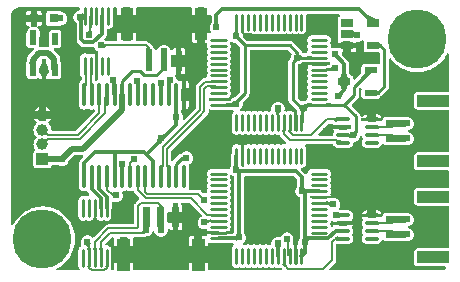
<source format=gtl>
G04 Layer: TopLayer*
G04 EasyEDA v6.4.20.6, 2021-08-10T23:17:12+08:00*
G04 038dca5a8d274e5a88e6f2799ec95489,d221c9f3c2774e99b69775551637dae4,10*
G04 Gerber Generator version 0.2*
G04 Scale: 100 percent, Rotated: No, Reflected: No *
G04 Dimensions in millimeters *
G04 leading zeros omitted , absolute positions ,4 integer and 5 decimal *
%FSLAX45Y45*%
%MOMM*%

%ADD10C,0.2540*%
%ADD11C,0.3000*%
%ADD12C,0.2000*%
%ADD13C,0.5000*%
%ADD14C,0.2800*%
%ADD15C,0.3640*%
%ADD16C,0.2700*%
%ADD17C,0.6096*%
%ADD18C,0.6100*%
%ADD19R,2.7000X1.0000*%
%ADD21R,0.8000X0.8000*%
%ADD23R,0.6000X1.7000*%
%ADD24R,1.1000X2.7000*%
%ADD25R,0.5500X1.0000*%
%ADD27C,1.0000*%
%ADD28R,1.0000X1.0000*%
%ADD29C,5.0000*%

%LPD*%
G36*
X1986584Y2030171D02*
G01*
X1982571Y2031542D01*
X1979422Y2034438D01*
X1975510Y2040280D01*
X1972716Y2046173D01*
X1971751Y2049780D01*
X1972157Y2053488D01*
X1973427Y2057603D01*
X1974189Y2065782D01*
X1974189Y2184146D01*
X1975002Y2188006D01*
X1977186Y2191308D01*
X1980488Y2193493D01*
X1985213Y2194306D01*
X1989124Y2193493D01*
X1992426Y2191308D01*
X1994611Y2188006D01*
X1995373Y2184146D01*
X1995373Y2065782D01*
X1996186Y2057603D01*
X1997456Y2053386D01*
X1997913Y2050440D01*
X1997913Y2040280D01*
X1996998Y2036114D01*
X1994509Y2032660D01*
X1990801Y2030577D01*
G37*

%LPD*%
G36*
X2935528Y1641906D02*
G01*
X2931769Y1642516D01*
X2928518Y1644396D01*
X2926181Y1647342D01*
X2925064Y1650949D01*
X2924302Y1657959D01*
X2922371Y1663395D01*
X2919272Y1668322D01*
X2915208Y1672386D01*
X2910281Y1675485D01*
X2901391Y1678330D01*
X2898648Y1680260D01*
X2896666Y1682953D01*
X2887522Y1701241D01*
X2886456Y1705813D01*
X2886456Y1776730D01*
X2885643Y1785213D01*
X2883306Y1792884D01*
X2879547Y1799945D01*
X2874111Y1806498D01*
X2831439Y1849221D01*
X2829356Y1852168D01*
X2826664Y1858060D01*
X2825699Y1862023D01*
X2826410Y1865985D01*
X2828594Y1869389D01*
X2831896Y1871675D01*
X2837332Y1872488D01*
X2837332Y1908302D01*
X2784906Y1908302D01*
X2782265Y1908657D01*
X2778404Y1909673D01*
X2768600Y1910537D01*
X2758795Y1909673D01*
X2748483Y1906930D01*
X2745232Y1906574D01*
X2741066Y1907692D01*
X2737510Y1910130D01*
X2735275Y1913839D01*
X2734767Y1918106D01*
X2735630Y1926793D01*
X2734868Y1934464D01*
X2732633Y1941830D01*
X2729890Y1947011D01*
X2728823Y1950161D01*
X2728823Y1953463D01*
X2729890Y1956612D01*
X2732633Y1961743D01*
X2734868Y1969109D01*
X2735630Y1976831D01*
X2734868Y1984502D01*
X2732633Y1991868D01*
X2729026Y1998675D01*
X2724099Y2004618D01*
X2718155Y2009546D01*
X2711348Y2013153D01*
X2703982Y2015388D01*
X2695803Y2016201D01*
X2573782Y2016201D01*
X2565603Y2015388D01*
X2558237Y2013153D01*
X2551430Y2009546D01*
X2545435Y2004618D01*
X2540558Y1998675D01*
X2536901Y1991868D01*
X2534666Y1984502D01*
X2533904Y1976831D01*
X2534666Y1969109D01*
X2536901Y1961743D01*
X2539695Y1956612D01*
X2540762Y1953463D01*
X2540762Y1950161D01*
X2539695Y1947011D01*
X2536901Y1941830D01*
X2534666Y1934464D01*
X2533904Y1926793D01*
X2534666Y1919122D01*
X2536901Y1911705D01*
X2539644Y1906574D01*
X2540711Y1903475D01*
X2540711Y1900123D01*
X2539644Y1897024D01*
X2536901Y1891893D01*
X2534666Y1884476D01*
X2533497Y1872335D01*
X2531364Y1868728D01*
X2527960Y1866239D01*
X2523845Y1865375D01*
X2500782Y1865375D01*
X2496413Y1866341D01*
X2494584Y1867255D01*
X2491232Y1869795D01*
X2489200Y1873453D01*
X2486710Y1881632D01*
X2483154Y1888337D01*
X2478024Y1894535D01*
X2415235Y1957324D01*
X2409037Y1962454D01*
X2402332Y1966010D01*
X2395118Y1968195D01*
X2387092Y1969007D01*
X2026818Y1969007D01*
X2022906Y1969770D01*
X2019604Y1972005D01*
X1989531Y2002078D01*
X1987499Y2004974D01*
X1986584Y2008378D01*
X1985924Y2016252D01*
X1986178Y2019706D01*
X1987600Y2022856D01*
X1989988Y2025345D01*
X1993087Y2026869D01*
X1999894Y2028952D01*
X2005025Y2031695D01*
X2008124Y2032762D01*
X2011425Y2032762D01*
X2014575Y2031695D01*
X2019757Y2028901D01*
X2027123Y2026666D01*
X2034793Y2025904D01*
X2042464Y2026666D01*
X2049881Y2028901D01*
X2055012Y2031695D01*
X2058162Y2032762D01*
X2061464Y2032762D01*
X2064613Y2031695D01*
X2069744Y2028952D01*
X2077110Y2026716D01*
X2084832Y2025954D01*
X2092502Y2026716D01*
X2099868Y2028952D01*
X2104999Y2031695D01*
X2108149Y2032762D01*
X2111451Y2032762D01*
X2114600Y2031695D01*
X2119731Y2028901D01*
X2127097Y2026666D01*
X2134819Y2025904D01*
X2142490Y2026666D01*
X2149856Y2028901D01*
X2155037Y2031695D01*
X2158187Y2032762D01*
X2161489Y2032762D01*
X2164588Y2031695D01*
X2169769Y2028952D01*
X2177135Y2026716D01*
X2184806Y2025954D01*
X2192477Y2026716D01*
X2199894Y2028952D01*
X2205024Y2031695D01*
X2208123Y2032762D01*
X2211425Y2032762D01*
X2214575Y2031695D01*
X2219756Y2028901D01*
X2227122Y2026666D01*
X2234793Y2025904D01*
X2242464Y2026666D01*
X2249881Y2028901D01*
X2255012Y2031695D01*
X2258161Y2032762D01*
X2261463Y2032762D01*
X2264613Y2031695D01*
X2269744Y2028952D01*
X2277110Y2026716D01*
X2284831Y2025954D01*
X2292502Y2026716D01*
X2299868Y2028952D01*
X2304999Y2031695D01*
X2308148Y2032762D01*
X2311450Y2032762D01*
X2314600Y2031695D01*
X2319731Y2028901D01*
X2327097Y2026666D01*
X2334818Y2025904D01*
X2342489Y2026666D01*
X2349855Y2028901D01*
X2355037Y2031695D01*
X2358186Y2032762D01*
X2361488Y2032762D01*
X2364587Y2031695D01*
X2369769Y2028952D01*
X2377135Y2026716D01*
X2384806Y2025954D01*
X2392476Y2026716D01*
X2399893Y2028952D01*
X2405024Y2031695D01*
X2408123Y2032762D01*
X2411425Y2032762D01*
X2414574Y2031695D01*
X2419756Y2028901D01*
X2427122Y2026666D01*
X2434793Y2025904D01*
X2442464Y2026666D01*
X2449880Y2028901D01*
X2455011Y2031695D01*
X2458161Y2032762D01*
X2461463Y2032762D01*
X2464612Y2031695D01*
X2469743Y2028952D01*
X2477109Y2026716D01*
X2484831Y2025954D01*
X2492502Y2026716D01*
X2499868Y2028952D01*
X2506675Y2032558D01*
X2512669Y2037486D01*
X2517546Y2043430D01*
X2521153Y2050237D01*
X2523439Y2057603D01*
X2524201Y2065782D01*
X2524201Y2184146D01*
X2525014Y2188006D01*
X2527198Y2191308D01*
X2530500Y2193493D01*
X2534361Y2194306D01*
X2798724Y2194306D01*
X2802991Y2193391D01*
X2806446Y2190750D01*
X2808528Y2186940D01*
X2808782Y2182622D01*
X2807258Y2178558D01*
X2804160Y2175510D01*
X2801112Y2173630D01*
X2796997Y2169515D01*
X2793898Y2164638D01*
X2792018Y2159152D01*
X2791307Y2152853D01*
X2791307Y2088946D01*
X2792018Y2082647D01*
X2794050Y2076754D01*
X2794660Y2073402D01*
X2794050Y2070049D01*
X2792018Y2064156D01*
X2791307Y2057857D01*
X2791307Y1993950D01*
X2792018Y1987651D01*
X2794050Y1981758D01*
X2794660Y1978406D01*
X2794050Y1975053D01*
X2792018Y1969160D01*
X2791307Y1962861D01*
X2791307Y1953514D01*
X2837332Y1953514D01*
X2837332Y1957324D01*
X2838145Y1961235D01*
X2840329Y1964537D01*
X2843631Y1966722D01*
X2847492Y1967484D01*
X2892907Y1967484D01*
X2896768Y1966722D01*
X2900070Y1964537D01*
X2902254Y1961235D01*
X2903067Y1957324D01*
X2903067Y1953514D01*
X2949143Y1953514D01*
X2950006Y1956968D01*
X2952038Y1959914D01*
X2954934Y1961946D01*
X2958388Y1962912D01*
X2968904Y1963826D01*
X2978353Y1966366D01*
X2987294Y1970481D01*
X2995828Y1976475D01*
X2999333Y1978050D01*
X3003194Y1978202D01*
X3006852Y1976882D01*
X3009747Y1974342D01*
X3011474Y1970887D01*
X3011779Y1967026D01*
X3011271Y1962861D01*
X3011271Y1898954D01*
X3011982Y1892655D01*
X3013913Y1887169D01*
X3016961Y1882292D01*
X3021076Y1878177D01*
X3025952Y1875129D01*
X3031439Y1873199D01*
X3037738Y1872488D01*
X3138932Y1872488D01*
X3142843Y1871725D01*
X3146094Y1869541D01*
X3148330Y1866239D01*
X3149092Y1862328D01*
X3149092Y1780692D01*
X3148380Y1776882D01*
X3146298Y1773682D01*
X3143148Y1771446D01*
X3139389Y1770532D01*
X3135579Y1771091D01*
X3131820Y1772412D01*
X3125520Y1773123D01*
X3019653Y1773123D01*
X3013354Y1772412D01*
X3007868Y1770481D01*
X3002991Y1767382D01*
X2998876Y1763318D01*
X2995777Y1758391D01*
X2993898Y1752955D01*
X2993186Y1746605D01*
X2993186Y1706219D01*
X2992628Y1702968D01*
X2991104Y1700022D01*
X2969818Y1672336D01*
X2942336Y1644904D01*
X2939237Y1642770D01*
G37*

%LPC*%
G36*
X2903067Y1872488D02*
G01*
X2922625Y1872488D01*
X2928975Y1873199D01*
X2934411Y1875129D01*
X2939288Y1878177D01*
X2943402Y1882292D01*
X2946501Y1887169D01*
X2948381Y1892655D01*
X2949092Y1898954D01*
X2949092Y1908302D01*
X2903067Y1908302D01*
G37*

%LPD*%
G36*
X747420Y1632508D02*
G01*
X743153Y1632864D01*
X739394Y1634947D01*
X736854Y1638401D01*
X735939Y1642618D01*
X735939Y1673352D01*
X736396Y1676349D01*
X738378Y1682750D01*
X739190Y1690776D01*
X740460Y1694840D01*
X743305Y1697989D01*
X747166Y1699717D01*
X751433Y1699717D01*
X755294Y1697989D01*
X758139Y1694840D01*
X759409Y1690776D01*
X760222Y1682699D01*
X762203Y1676095D01*
X762660Y1673148D01*
X762660Y1646021D01*
X761847Y1642059D01*
X759561Y1638706D01*
X756158Y1636522D01*
X751433Y1633982D01*
G37*

%LPD*%
G36*
X1708962Y1464106D02*
G01*
X1705356Y1465072D01*
X1702307Y1467307D01*
X1700326Y1470507D01*
X1699615Y1474216D01*
X1699615Y1479346D01*
X1700326Y1483055D01*
X1702307Y1486255D01*
X1705356Y1488490D01*
X1708962Y1489456D01*
X1712722Y1489049D01*
X1715617Y1488186D01*
X1723796Y1487373D01*
X1845818Y1487373D01*
X1853996Y1488186D01*
X1858264Y1489456D01*
X1861210Y1489913D01*
X1880971Y1489913D01*
X1883410Y1489405D01*
X1882698Y1491894D01*
X1879955Y1497025D01*
X1878888Y1500124D01*
X1878888Y1503476D01*
X1879955Y1506575D01*
X1882698Y1511706D01*
X1884934Y1519123D01*
X1885696Y1526794D01*
X1884934Y1534464D01*
X1882698Y1541830D01*
X1879904Y1547012D01*
X1878838Y1550162D01*
X1878838Y1553464D01*
X1879904Y1556613D01*
X1882698Y1561744D01*
X1884934Y1569110D01*
X1885696Y1576832D01*
X1884934Y1584502D01*
X1882698Y1591868D01*
X1879955Y1596999D01*
X1878888Y1600149D01*
X1878888Y1603451D01*
X1879955Y1606600D01*
X1882698Y1611731D01*
X1884934Y1619097D01*
X1885696Y1626768D01*
X1884934Y1634489D01*
X1882698Y1641856D01*
X1879904Y1646986D01*
X1878838Y1650136D01*
X1878838Y1653438D01*
X1879904Y1656588D01*
X1882698Y1661769D01*
X1884934Y1669135D01*
X1885696Y1676806D01*
X1884934Y1684477D01*
X1882698Y1691893D01*
X1879955Y1697024D01*
X1878888Y1700123D01*
X1878888Y1703476D01*
X1879955Y1706575D01*
X1882698Y1711706D01*
X1884934Y1719122D01*
X1885696Y1726793D01*
X1884934Y1734464D01*
X1882698Y1741830D01*
X1879904Y1747012D01*
X1878838Y1750161D01*
X1878838Y1753463D01*
X1879904Y1756613D01*
X1882698Y1761743D01*
X1884934Y1769110D01*
X1885696Y1776831D01*
X1884934Y1784502D01*
X1882698Y1791868D01*
X1879955Y1796999D01*
X1878888Y1800148D01*
X1878888Y1803450D01*
X1879955Y1806600D01*
X1882698Y1811731D01*
X1884934Y1819097D01*
X1885696Y1826768D01*
X1884934Y1834489D01*
X1882698Y1841855D01*
X1879904Y1846986D01*
X1878838Y1850136D01*
X1878838Y1853438D01*
X1879904Y1856587D01*
X1882698Y1861769D01*
X1884934Y1869135D01*
X1885696Y1876806D01*
X1884934Y1884476D01*
X1882698Y1891893D01*
X1879955Y1897024D01*
X1878888Y1900123D01*
X1878888Y1903475D01*
X1879955Y1906574D01*
X1882698Y1911705D01*
X1884934Y1919122D01*
X1885696Y1926793D01*
X1884934Y1934464D01*
X1882698Y1941830D01*
X1879904Y1947011D01*
X1878838Y1950161D01*
X1878838Y1953463D01*
X1879904Y1956612D01*
X1881073Y1958746D01*
X1883816Y1961997D01*
X1887677Y1963826D01*
X1891944Y1963928D01*
X1895856Y1962251D01*
X1902206Y1957781D01*
X1911146Y1953666D01*
X1920595Y1951126D01*
X1928622Y1950415D01*
X1932025Y1949500D01*
X1934921Y1947468D01*
X1964994Y1917395D01*
X1967230Y1914093D01*
X1967992Y1910181D01*
X1967992Y1544218D01*
X1967230Y1540306D01*
X1964994Y1537004D01*
X1919782Y1491792D01*
X1917649Y1490167D01*
X1915210Y1489151D01*
X1911146Y1488033D01*
X1902206Y1483918D01*
X1899564Y1482039D01*
X1896110Y1480464D01*
X1892300Y1480312D01*
X1890826Y1480820D01*
X1891080Y1478737D01*
X1889810Y1474724D01*
X1886966Y1471574D01*
X1881581Y1467561D01*
X1878634Y1466088D01*
X1875332Y1465580D01*
X1846224Y1466189D01*
X1723796Y1466189D01*
X1715617Y1465376D01*
X1712722Y1464513D01*
G37*

%LPD*%
G36*
X2487422Y1456740D02*
G01*
X2484018Y1457655D01*
X2481122Y1459687D01*
X2454605Y1486204D01*
X2452370Y1489506D01*
X2451608Y1493418D01*
X2451608Y1761185D01*
X2452319Y1764842D01*
X2454300Y1768043D01*
X2457297Y1770278D01*
X2470353Y1773834D01*
X2479294Y1778000D01*
X2484780Y1781657D01*
X2496312Y1787194D01*
X2500680Y1788160D01*
X2536139Y1788160D01*
X2573375Y1787398D01*
X2695803Y1787398D01*
X2703982Y1788160D01*
X2708198Y1789480D01*
X2711145Y1789887D01*
X2715564Y1789887D01*
X2719324Y1789175D01*
X2722524Y1787143D01*
X2724759Y1784045D01*
X2725724Y1780336D01*
X2725216Y1776526D01*
X2723337Y1773224D01*
X2719222Y1768297D01*
X2716682Y1766112D01*
X2713583Y1764893D01*
X2710281Y1764741D01*
X2699613Y1766011D01*
X2695905Y1766214D01*
X2573782Y1766214D01*
X2565603Y1765401D01*
X2561539Y1764131D01*
X2558592Y1763725D01*
X2536342Y1763725D01*
X2536901Y1761743D01*
X2539695Y1756613D01*
X2540762Y1753463D01*
X2540762Y1750161D01*
X2539695Y1747012D01*
X2536901Y1741830D01*
X2534666Y1734464D01*
X2533904Y1726793D01*
X2534666Y1719122D01*
X2536901Y1711706D01*
X2539644Y1706575D01*
X2540711Y1703476D01*
X2540711Y1700123D01*
X2539644Y1697024D01*
X2536901Y1691893D01*
X2534666Y1684477D01*
X2533904Y1676806D01*
X2534666Y1669135D01*
X2536901Y1661769D01*
X2539695Y1656588D01*
X2540762Y1653438D01*
X2540762Y1650136D01*
X2539695Y1646986D01*
X2536901Y1641856D01*
X2534666Y1634489D01*
X2533904Y1626768D01*
X2534666Y1619097D01*
X2536901Y1611731D01*
X2539644Y1606600D01*
X2540711Y1603451D01*
X2540711Y1600149D01*
X2539644Y1596999D01*
X2536901Y1591868D01*
X2534666Y1584502D01*
X2533904Y1576832D01*
X2534666Y1569110D01*
X2536901Y1561744D01*
X2539695Y1556613D01*
X2540762Y1553464D01*
X2540762Y1550162D01*
X2539695Y1547012D01*
X2536901Y1541830D01*
X2534666Y1534464D01*
X2533904Y1526794D01*
X2534666Y1519123D01*
X2536901Y1511706D01*
X2539644Y1506575D01*
X2540711Y1503476D01*
X2540711Y1500124D01*
X2539644Y1497025D01*
X2536901Y1491894D01*
X2534666Y1484477D01*
X2533904Y1476806D01*
X2533650Y1471777D01*
X2531770Y1468272D01*
X2528722Y1465783D01*
X2516886Y1462328D01*
X2512212Y1460703D01*
X2498953Y1459179D01*
X2490927Y1457045D01*
G37*

%LPD*%
G36*
X1487373Y1300937D02*
G01*
X1483156Y1302258D01*
X1479905Y1305255D01*
X1478229Y1309319D01*
X1478432Y1313688D01*
X1479804Y1318818D01*
X1480667Y1328572D01*
X1479804Y1338376D01*
X1477264Y1347876D01*
X1473098Y1356766D01*
X1467053Y1365402D01*
X1465681Y1368196D01*
X1465224Y1371244D01*
X1465224Y1378966D01*
X1466189Y1383284D01*
X1468882Y1386789D01*
X1472793Y1388821D01*
X1473860Y1388872D01*
X1473860Y1458366D01*
X1470964Y1460601D01*
X1469085Y1463751D01*
X1468424Y1467358D01*
X1468424Y1560525D01*
X1469085Y1564081D01*
X1470964Y1567230D01*
X1473860Y1569516D01*
X1473860Y1637588D01*
X1469644Y1635963D01*
X1462125Y1631289D01*
X1458671Y1629968D01*
X1454912Y1629968D01*
X1451457Y1631289D01*
X1443939Y1635963D01*
X1431340Y1640738D01*
X1428445Y1643938D01*
X1427073Y1648104D01*
X1424533Y1657553D01*
X1420418Y1666493D01*
X1417015Y1671320D01*
X1415338Y1675282D01*
X1415440Y1679600D01*
X1417370Y1683461D01*
X1420672Y1686204D01*
X1424838Y1687322D01*
X1424838Y1749399D01*
X1387246Y1749399D01*
X1383385Y1750161D01*
X1380083Y1752346D01*
X1377899Y1755648D01*
X1377086Y1759559D01*
X1377086Y1836928D01*
X1377899Y1840788D01*
X1380083Y1844090D01*
X1383385Y1846325D01*
X1387246Y1847088D01*
X1424838Y1847088D01*
X1424838Y1909114D01*
X1416761Y1909114D01*
X1410462Y1908403D01*
X1404975Y1906524D01*
X1400098Y1903425D01*
X1395984Y1899361D01*
X1392732Y1894128D01*
X1390040Y1891284D01*
X1386484Y1889658D01*
X1382623Y1889455D01*
X1378966Y1890775D01*
X1376019Y1893366D01*
X1374292Y1896872D01*
X1373784Y1898853D01*
X1369618Y1907793D01*
X1363980Y1915820D01*
X1357020Y1922780D01*
X1348994Y1928418D01*
X1340053Y1932533D01*
X1330604Y1935073D01*
X1320800Y1935937D01*
X1310995Y1935073D01*
X1301546Y1932533D01*
X1292606Y1928418D01*
X1284579Y1922780D01*
X1277620Y1915820D01*
X1271981Y1907793D01*
X1265834Y1894281D01*
X1262938Y1891690D01*
X1259281Y1890369D01*
X1255369Y1890522D01*
X1251813Y1892147D01*
X1249121Y1894992D01*
X1246276Y1899615D01*
X1243126Y1903272D01*
X1236980Y1912061D01*
X1230020Y1918970D01*
X1227734Y1920849D01*
X1218895Y1930654D01*
X1194155Y1955393D01*
X1187907Y1960473D01*
X1181252Y1963877D01*
X1173886Y1965858D01*
X1167993Y1966315D01*
X1096111Y1966315D01*
X1091946Y1967179D01*
X1088491Y1969719D01*
X1086408Y1973376D01*
X1086104Y1978761D01*
X1086104Y2039366D01*
X1039063Y2039366D01*
X1039063Y1976475D01*
X1038301Y1972564D01*
X1036066Y1969262D01*
X1032814Y1967077D01*
X1028903Y1966315D01*
X981506Y1966315D01*
X977646Y1967077D01*
X974344Y1969262D01*
X972159Y1972564D01*
X971346Y1976475D01*
X971346Y2039366D01*
X924306Y2039366D01*
X924306Y1978761D01*
X924001Y1973376D01*
X921918Y1969719D01*
X918464Y1967179D01*
X914349Y1966315D01*
X838911Y1966315D01*
X836218Y1966671D01*
X833678Y1967788D01*
X819353Y1976526D01*
X816406Y1979777D01*
X815086Y1983993D01*
X815644Y1988362D01*
X817981Y1992071D01*
X827887Y2001977D01*
X833323Y2008530D01*
X837082Y2015591D01*
X839419Y2023262D01*
X840232Y2031746D01*
X840232Y2062530D01*
X840943Y2066188D01*
X842873Y2069388D01*
X845819Y2071624D01*
X849426Y2072639D01*
X857097Y2073402D01*
X864565Y2075688D01*
X871423Y2079345D01*
X877468Y2084324D01*
X882446Y2090369D01*
X886104Y2097227D01*
X888390Y2104745D01*
X889203Y2112975D01*
X889203Y2243937D01*
X889965Y2247798D01*
X892200Y2251100D01*
X895502Y2253335D01*
X899363Y2254097D01*
X914146Y2254097D01*
X918057Y2253335D01*
X921308Y2251100D01*
X923544Y2247798D01*
X924306Y2243937D01*
X924306Y2187041D01*
X971346Y2187041D01*
X971346Y2243937D01*
X972159Y2247798D01*
X974344Y2251100D01*
X977646Y2253335D01*
X981506Y2254097D01*
X1028903Y2254097D01*
X1032814Y2253335D01*
X1036066Y2251100D01*
X1038301Y2247798D01*
X1039063Y2243937D01*
X1039063Y2187041D01*
X1086104Y2187041D01*
X1086104Y2243937D01*
X1086916Y2247798D01*
X1089101Y2251100D01*
X1092403Y2253335D01*
X1096264Y2254097D01*
X1545132Y2254097D01*
X1549044Y2253335D01*
X1552295Y2251100D01*
X1554530Y2247798D01*
X1555292Y2243937D01*
X1555292Y2187092D01*
X1602333Y2187092D01*
X1602333Y2243937D01*
X1603146Y2247798D01*
X1605330Y2251100D01*
X1608632Y2253335D01*
X1612493Y2254097D01*
X1659889Y2254097D01*
X1663801Y2253335D01*
X1667052Y2251100D01*
X1669288Y2247798D01*
X1670050Y2243937D01*
X1670050Y2187092D01*
X1714246Y2187092D01*
X1718106Y2186279D01*
X1721408Y2184095D01*
X1723643Y2180793D01*
X1724406Y2176932D01*
X1724406Y2130704D01*
X1723745Y2127199D01*
X1719681Y2116074D01*
X1716481Y2110994D01*
X1712366Y2102053D01*
X1709826Y2092604D01*
X1708962Y2082800D01*
X1709826Y2072995D01*
X1712366Y2063546D01*
X1716887Y2053843D01*
X1717802Y2049881D01*
X1717141Y2045868D01*
X1714957Y2042464D01*
X1711655Y2040178D01*
X1707642Y2039366D01*
X1670050Y2039366D01*
X1670050Y1952294D01*
X1676450Y1952294D01*
X1680108Y1951634D01*
X1683308Y1949602D01*
X1685543Y1946605D01*
X1686560Y1942947D01*
X1686153Y1939188D01*
X1684731Y1934464D01*
X1683969Y1926793D01*
X1684731Y1919122D01*
X1686966Y1911705D01*
X1689709Y1906574D01*
X1690776Y1903475D01*
X1690776Y1900123D01*
X1689709Y1897024D01*
X1686966Y1891893D01*
X1684731Y1884476D01*
X1683969Y1876806D01*
X1684731Y1869135D01*
X1686966Y1861769D01*
X1689709Y1856587D01*
X1690776Y1853438D01*
X1690776Y1850136D01*
X1689709Y1846986D01*
X1686966Y1841855D01*
X1684731Y1834489D01*
X1683969Y1826768D01*
X1684731Y1819097D01*
X1686966Y1811731D01*
X1689709Y1806600D01*
X1690776Y1803450D01*
X1690776Y1800148D01*
X1689709Y1796999D01*
X1686966Y1791868D01*
X1684731Y1784502D01*
X1683969Y1776831D01*
X1684731Y1769110D01*
X1686966Y1761743D01*
X1689709Y1756613D01*
X1690776Y1753463D01*
X1690776Y1750161D01*
X1689709Y1747012D01*
X1686966Y1741830D01*
X1684731Y1734464D01*
X1683969Y1726793D01*
X1684731Y1719122D01*
X1686966Y1711706D01*
X1689709Y1706575D01*
X1690776Y1703476D01*
X1690776Y1700123D01*
X1689709Y1697024D01*
X1686966Y1691893D01*
X1684731Y1684477D01*
X1683969Y1676806D01*
X1684629Y1669796D01*
X1684172Y1665630D01*
X1682089Y1661972D01*
X1678736Y1659534D01*
X1674622Y1658620D01*
X1672539Y1658620D01*
X1664512Y1657756D01*
X1657400Y1655470D01*
X1650796Y1651609D01*
X1646326Y1647799D01*
X1603502Y1604975D01*
X1598422Y1598726D01*
X1595018Y1592072D01*
X1593037Y1584706D01*
X1592580Y1578813D01*
X1592580Y1405280D01*
X1591818Y1401368D01*
X1589633Y1398066D01*
X1495450Y1303883D01*
X1491742Y1301546D01*
G37*

%LPC*%
G36*
X1504746Y1390294D02*
G01*
X1508963Y1391920D01*
X1515872Y1396187D01*
X1521866Y1401673D01*
X1526743Y1408176D01*
X1530400Y1415440D01*
X1532636Y1423263D01*
X1533398Y1431798D01*
X1533398Y1457198D01*
X1504746Y1457198D01*
G37*
G36*
X1467561Y1847088D02*
G01*
X1502105Y1847088D01*
X1502105Y1882648D01*
X1501394Y1888998D01*
X1499463Y1894433D01*
X1496415Y1899361D01*
X1492300Y1903425D01*
X1487424Y1906524D01*
X1481937Y1908403D01*
X1475638Y1909114D01*
X1467561Y1909114D01*
G37*
G36*
X1467561Y1687322D02*
G01*
X1475638Y1687322D01*
X1481937Y1688033D01*
X1487424Y1689963D01*
X1492300Y1693011D01*
X1496415Y1697126D01*
X1499463Y1702003D01*
X1501394Y1707489D01*
X1502105Y1713788D01*
X1502105Y1749399D01*
X1467561Y1749399D01*
G37*
G36*
X1504746Y1570685D02*
G01*
X1533398Y1570685D01*
X1533398Y1596034D01*
X1532636Y1604619D01*
X1530400Y1612392D01*
X1526743Y1619707D01*
X1521866Y1626158D01*
X1515872Y1631645D01*
X1508963Y1635963D01*
X1504746Y1637588D01*
G37*
G36*
X1581759Y1952294D02*
G01*
X1602333Y1952294D01*
X1602333Y2039366D01*
X1555292Y2039366D01*
X1555292Y1978812D01*
X1556004Y1972462D01*
X1557934Y1967026D01*
X1560982Y1962099D01*
X1565097Y1958035D01*
X1569974Y1954936D01*
X1575460Y1953006D01*
G37*

%LPD*%
G36*
X2433726Y1204315D02*
G01*
X2429865Y1205331D01*
X2426665Y1207770D01*
X2424684Y1211224D01*
X2424226Y1215745D01*
X2424226Y1337818D01*
X2423414Y1345996D01*
X2422144Y1350213D01*
X2421686Y1353159D01*
X2421686Y1375257D01*
X2419705Y1374648D01*
X2414574Y1371904D01*
X2411476Y1370838D01*
X2408174Y1370838D01*
X2405024Y1371904D01*
X2399842Y1374698D01*
X2392476Y1376934D01*
X2384806Y1377696D01*
X2377135Y1376934D01*
X2369718Y1374698D01*
X2364587Y1371904D01*
X2361438Y1370838D01*
X2358136Y1370838D01*
X2354986Y1371904D01*
X2349855Y1374648D01*
X2345029Y1376883D01*
X2342540Y1379778D01*
X2341321Y1383385D01*
X2341473Y1387195D01*
X2342337Y1397000D01*
X2341473Y1406804D01*
X2338933Y1416253D01*
X2334818Y1425194D01*
X2329180Y1433220D01*
X2322220Y1440180D01*
X2314194Y1445818D01*
X2305253Y1449933D01*
X2295804Y1452473D01*
X2286000Y1453337D01*
X2276195Y1452473D01*
X2266746Y1449933D01*
X2257806Y1445818D01*
X2249779Y1440180D01*
X2242820Y1433220D01*
X2237181Y1425194D01*
X2233066Y1416253D01*
X2230526Y1406804D01*
X2229662Y1397000D01*
X2230577Y1386382D01*
X2230272Y1382928D01*
X2228850Y1379829D01*
X2226513Y1377340D01*
X2223414Y1375765D01*
X2219706Y1374648D01*
X2214575Y1371904D01*
X2211476Y1370838D01*
X2208174Y1370838D01*
X2205024Y1371904D01*
X2199843Y1374698D01*
X2192477Y1376934D01*
X2184806Y1377696D01*
X2177135Y1376934D01*
X2169718Y1374698D01*
X2164588Y1371904D01*
X2161438Y1370838D01*
X2158136Y1370838D01*
X2154986Y1371904D01*
X2149856Y1374648D01*
X2142490Y1376883D01*
X2134768Y1377645D01*
X2127097Y1376883D01*
X2119731Y1374648D01*
X2114600Y1371904D01*
X2111451Y1370838D01*
X2108149Y1370838D01*
X2104999Y1371904D01*
X2099868Y1374698D01*
X2092502Y1376934D01*
X2084781Y1377696D01*
X2077110Y1376934D01*
X2069744Y1374698D01*
X2064562Y1371904D01*
X2061413Y1370838D01*
X2058111Y1370838D01*
X2055012Y1371904D01*
X2049830Y1374648D01*
X2042464Y1376883D01*
X2034793Y1377645D01*
X2027123Y1376883D01*
X2019706Y1374648D01*
X2014575Y1371904D01*
X2011476Y1370838D01*
X2008174Y1370838D01*
X2005025Y1371904D01*
X1999843Y1374698D01*
X1992477Y1376934D01*
X1984806Y1377696D01*
X1977085Y1376934D01*
X1972970Y1377340D01*
X1969363Y1379372D01*
X1966874Y1382674D01*
X1965909Y1386687D01*
X1966620Y1390751D01*
X1968906Y1394206D01*
X1973580Y1398879D01*
X1979218Y1406906D01*
X1983333Y1415846D01*
X1985873Y1425295D01*
X1986737Y1435100D01*
X1985975Y1443685D01*
X1986584Y1448003D01*
X1988921Y1451711D01*
X2033524Y1496364D01*
X2038654Y1502562D01*
X2042210Y1509268D01*
X2044395Y1516481D01*
X2045207Y1524508D01*
X2045207Y1881632D01*
X2045970Y1885543D01*
X2048205Y1888794D01*
X2051456Y1891030D01*
X2055368Y1891792D01*
X2367381Y1891792D01*
X2371293Y1891030D01*
X2374595Y1888794D01*
X2399233Y1864156D01*
X2401468Y1860753D01*
X2402179Y1856689D01*
X2401265Y1852726D01*
X2398166Y1846072D01*
X2395626Y1836572D01*
X2394915Y1828546D01*
X2394000Y1825142D01*
X2391968Y1822246D01*
X2386076Y1816303D01*
X2380945Y1810105D01*
X2377389Y1803400D01*
X2375204Y1796186D01*
X2374392Y1788160D01*
X2374392Y1473708D01*
X2375204Y1465681D01*
X2377389Y1458468D01*
X2380945Y1451762D01*
X2386076Y1445564D01*
X2444902Y1386687D01*
X2447137Y1383385D01*
X2447899Y1379524D01*
X2447899Y1353058D01*
X2447442Y1350111D01*
X2446172Y1345996D01*
X2445410Y1337818D01*
X2445410Y1215288D01*
X2444496Y1211224D01*
X2441143Y1206957D01*
X2437688Y1204874D01*
G37*

%LPD*%
G36*
X2638501Y1166215D02*
G01*
X2634640Y1166977D01*
X2631338Y1169162D01*
X2629154Y1172464D01*
X2628341Y1176375D01*
X2629154Y1180236D01*
X2631338Y1183538D01*
X2712923Y1265174D01*
X2716225Y1267358D01*
X2720136Y1268120D01*
X2744470Y1268120D01*
X2748330Y1267358D01*
X2751582Y1265224D01*
X2753817Y1261973D01*
X2754630Y1258163D01*
X2754020Y1254506D01*
X2802280Y1254506D01*
X2804515Y1257401D01*
X2807665Y1259281D01*
X2811272Y1259941D01*
X2864764Y1259941D01*
X2868371Y1259281D01*
X2871470Y1257401D01*
X2873756Y1254506D01*
X2897632Y1254506D01*
X2901543Y1253744D01*
X2904794Y1251508D01*
X2907030Y1248257D01*
X2907792Y1244346D01*
X2907792Y1233779D01*
X2907030Y1229868D01*
X2904794Y1226566D01*
X2901543Y1224381D01*
X2897632Y1223619D01*
X2873756Y1223619D01*
X2871927Y1221130D01*
X2868625Y1218946D01*
X2864764Y1218184D01*
X2811272Y1218184D01*
X2807665Y1218844D01*
X2804515Y1220724D01*
X2802280Y1223619D01*
X2754020Y1223619D01*
X2755646Y1219403D01*
X2760319Y1211884D01*
X2761691Y1208430D01*
X2761691Y1204671D01*
X2760319Y1201216D01*
X2755646Y1193698D01*
X2752750Y1186129D01*
X2751226Y1178102D01*
X2751226Y1176375D01*
X2750464Y1172464D01*
X2748280Y1169162D01*
X2744978Y1166977D01*
X2741066Y1166215D01*
G37*

%LPD*%
G36*
X1673707Y677773D02*
G01*
X1663293Y678637D01*
X1658924Y679196D01*
X1655216Y681532D01*
X1638655Y698093D01*
X1632407Y703173D01*
X1625752Y706577D01*
X1618386Y708558D01*
X1612493Y709015D01*
X1539138Y709015D01*
X1535125Y709828D01*
X1531772Y712165D01*
X1529588Y715670D01*
X1528978Y719734D01*
X1532636Y732180D01*
X1533398Y740765D01*
X1533398Y905002D01*
X1532636Y913536D01*
X1531874Y916127D01*
X1531518Y919683D01*
X1532432Y923137D01*
X1534464Y926084D01*
X1537360Y928116D01*
X1539494Y929081D01*
X1547520Y934719D01*
X1554480Y941679D01*
X1560118Y949706D01*
X1564233Y958646D01*
X1566773Y968095D01*
X1567637Y977900D01*
X1566773Y987704D01*
X1564233Y997153D01*
X1560118Y1006094D01*
X1554480Y1014120D01*
X1547520Y1021080D01*
X1539494Y1026718D01*
X1530553Y1030833D01*
X1521104Y1033373D01*
X1511300Y1034237D01*
X1501495Y1033373D01*
X1492046Y1030833D01*
X1483106Y1026718D01*
X1475079Y1021080D01*
X1472742Y1018743D01*
X1469898Y1016711D01*
X1465681Y1015695D01*
X1458468Y1013510D01*
X1451762Y1009954D01*
X1445564Y1004824D01*
X1397660Y956970D01*
X1394358Y954735D01*
X1390446Y953973D01*
X1386586Y954735D01*
X1383284Y956970D01*
X1381099Y960272D01*
X1380286Y964133D01*
X1380286Y1033221D01*
X1381099Y1037132D01*
X1383284Y1040384D01*
X1688693Y1345844D01*
X1693773Y1352092D01*
X1697177Y1358747D01*
X1699158Y1366113D01*
X1699615Y1372006D01*
X1699615Y1379372D01*
X1700326Y1383030D01*
X1702307Y1386230D01*
X1705356Y1388465D01*
X1708962Y1389481D01*
X1712722Y1389075D01*
X1715617Y1388211D01*
X1723796Y1387398D01*
X1846224Y1387398D01*
X1888439Y1388110D01*
X1890826Y1387856D01*
X1903882Y1384706D01*
X1907895Y1382776D01*
X1910689Y1379270D01*
X1911705Y1374902D01*
X1910740Y1370533D01*
X1907997Y1366977D01*
X1906930Y1366113D01*
X1902053Y1360170D01*
X1898446Y1353362D01*
X1896160Y1345996D01*
X1895398Y1337818D01*
X1895398Y1215796D01*
X1896160Y1207617D01*
X1898446Y1200251D01*
X1902053Y1193444D01*
X1906930Y1187450D01*
X1912924Y1182573D01*
X1919732Y1178915D01*
X1927098Y1176680D01*
X1934768Y1175918D01*
X1942490Y1176680D01*
X1949856Y1178915D01*
X1955038Y1181709D01*
X1958136Y1182776D01*
X1961438Y1182776D01*
X1964588Y1181709D01*
X1969719Y1178966D01*
X1977136Y1176731D01*
X1984806Y1175969D01*
X1992477Y1176731D01*
X1999843Y1178966D01*
X2004974Y1181709D01*
X2008124Y1182776D01*
X2011425Y1182776D01*
X2014575Y1181709D01*
X2019706Y1178915D01*
X2027123Y1176680D01*
X2034793Y1175918D01*
X2042464Y1176680D01*
X2049830Y1178915D01*
X2055012Y1181709D01*
X2058162Y1182776D01*
X2061464Y1182776D01*
X2064613Y1181709D01*
X2069744Y1178966D01*
X2077110Y1176731D01*
X2084781Y1175969D01*
X2092502Y1176731D01*
X2099868Y1178966D01*
X2104999Y1181709D01*
X2108149Y1182776D01*
X2111451Y1182776D01*
X2114550Y1181709D01*
X2119731Y1178915D01*
X2127097Y1176680D01*
X2134768Y1175918D01*
X2142490Y1176680D01*
X2149856Y1178915D01*
X2155037Y1181709D01*
X2158136Y1182776D01*
X2161438Y1182776D01*
X2164588Y1181709D01*
X2169718Y1178966D01*
X2177135Y1176731D01*
X2184806Y1175969D01*
X2192477Y1176731D01*
X2199843Y1178966D01*
X2204974Y1181709D01*
X2208123Y1182776D01*
X2211425Y1182776D01*
X2214575Y1181709D01*
X2219706Y1178915D01*
X2227122Y1176680D01*
X2234793Y1175918D01*
X2242464Y1176680D01*
X2249830Y1178915D01*
X2255012Y1181709D01*
X2258161Y1182776D01*
X2261463Y1182776D01*
X2264613Y1181709D01*
X2269744Y1178966D01*
X2277110Y1176731D01*
X2284780Y1175969D01*
X2291029Y1176578D01*
X2294432Y1176324D01*
X2297582Y1174953D01*
X2300071Y1172616D01*
X2302002Y1168552D01*
X2305812Y1161948D01*
X2309672Y1157478D01*
X2354072Y1113078D01*
X2356459Y1109268D01*
X2356967Y1104849D01*
X2355596Y1100632D01*
X2352548Y1097432D01*
X2348382Y1095806D01*
X2343912Y1096162D01*
X2342489Y1096568D01*
X2334818Y1097330D01*
X2327097Y1096568D01*
X2319731Y1094333D01*
X2314600Y1091590D01*
X2311450Y1090523D01*
X2308148Y1090523D01*
X2305050Y1091590D01*
X2299868Y1094384D01*
X2292502Y1096619D01*
X2284831Y1097381D01*
X2277110Y1096619D01*
X2269744Y1094384D01*
X2264562Y1091590D01*
X2261463Y1090523D01*
X2258161Y1090523D01*
X2255012Y1091590D01*
X2249881Y1094333D01*
X2242464Y1096568D01*
X2234793Y1097330D01*
X2227122Y1096568D01*
X2219756Y1094333D01*
X2214626Y1091590D01*
X2211476Y1090523D01*
X2208174Y1090523D01*
X2205024Y1091590D01*
X2199894Y1094384D01*
X2192477Y1096619D01*
X2184806Y1097381D01*
X2177135Y1096619D01*
X2169769Y1094384D01*
X2164588Y1091590D01*
X2161438Y1090523D01*
X2158136Y1090523D01*
X2154986Y1091590D01*
X2149856Y1094333D01*
X2142490Y1096568D01*
X2134819Y1097330D01*
X2127097Y1096568D01*
X2119731Y1094333D01*
X2114600Y1091590D01*
X2111451Y1090523D01*
X2108149Y1090523D01*
X2105050Y1091590D01*
X2099868Y1094384D01*
X2092502Y1096619D01*
X2084832Y1097381D01*
X2077110Y1096619D01*
X2069744Y1094384D01*
X2064562Y1091590D01*
X2061464Y1090523D01*
X2058162Y1090523D01*
X2055012Y1091590D01*
X2049881Y1094333D01*
X2042464Y1096568D01*
X2034793Y1097330D01*
X2027123Y1096568D01*
X2019757Y1094333D01*
X2014626Y1091590D01*
X2011476Y1090523D01*
X2008174Y1090523D01*
X2005025Y1091590D01*
X1999894Y1094384D01*
X1997913Y1094943D01*
X1997913Y1072845D01*
X1997456Y1069898D01*
X1996186Y1065682D01*
X1995373Y1057503D01*
X1995373Y1002030D01*
X1994458Y997813D01*
X1993442Y996442D01*
X1994458Y995070D01*
X1995373Y990853D01*
X1995373Y935482D01*
X1996186Y927303D01*
X1997456Y923086D01*
X1997913Y920140D01*
X1997913Y914653D01*
X1997151Y910793D01*
X1994916Y907491D01*
X1991664Y905256D01*
X1986534Y904494D01*
X1983384Y905002D01*
X1980539Y906475D01*
X1976323Y910082D01*
X1974900Y912723D01*
X1972818Y918311D01*
X1972208Y921512D01*
X1972614Y924763D01*
X1973427Y927303D01*
X1974189Y935482D01*
X1974189Y985062D01*
X1975205Y992327D01*
X1976729Y996543D01*
X1975205Y1000556D01*
X1974189Y1007821D01*
X1974189Y1057503D01*
X1973427Y1065682D01*
X1972157Y1069797D01*
X1971700Y1072743D01*
X1971700Y1094943D01*
X1969770Y1094384D01*
X1964588Y1091590D01*
X1961438Y1090523D01*
X1958136Y1090523D01*
X1954987Y1091590D01*
X1949856Y1094333D01*
X1942490Y1096568D01*
X1934819Y1097330D01*
X1927098Y1096568D01*
X1919732Y1094333D01*
X1912924Y1090726D01*
X1906981Y1085799D01*
X1902053Y1079855D01*
X1898446Y1073048D01*
X1896211Y1065682D01*
X1895398Y1057503D01*
X1895398Y1015441D01*
X1895093Y1012952D01*
X1892655Y1007770D01*
X1890318Y1000099D01*
X1889506Y991616D01*
X1889506Y924204D01*
X1888845Y920699D01*
X1884781Y909574D01*
X1881581Y904494D01*
X1877466Y895553D01*
X1875789Y889304D01*
X1873707Y885342D01*
X1870100Y882650D01*
X1865731Y881786D01*
X1861413Y882853D01*
X1853996Y885088D01*
X1845818Y885901D01*
X1723796Y885901D01*
X1715617Y885088D01*
X1708251Y882853D01*
X1701444Y879246D01*
X1695500Y874318D01*
X1690573Y868375D01*
X1686966Y861568D01*
X1684731Y854202D01*
X1683969Y846531D01*
X1684731Y838809D01*
X1686966Y831443D01*
X1689709Y826312D01*
X1690776Y823163D01*
X1690776Y819861D01*
X1689709Y816711D01*
X1686966Y811530D01*
X1684731Y804164D01*
X1683969Y796493D01*
X1684731Y788822D01*
X1686966Y781405D01*
X1689709Y776274D01*
X1690776Y773176D01*
X1690776Y769823D01*
X1689709Y766724D01*
X1686966Y761593D01*
X1684731Y754176D01*
X1683969Y746506D01*
X1684731Y738835D01*
X1686966Y731469D01*
X1689709Y726287D01*
X1690776Y723138D01*
X1690776Y719836D01*
X1689709Y716686D01*
X1686966Y711555D01*
X1684731Y704189D01*
X1683969Y696468D01*
X1684680Y688898D01*
X1684172Y684479D01*
X1681835Y680770D01*
X1678076Y678332D01*
G37*

%LPD*%
G36*
X1852066Y337312D02*
G01*
X1847748Y338277D01*
X1844293Y340918D01*
X1842262Y344830D01*
X1842058Y349199D01*
X1843684Y353263D01*
X1846884Y356260D01*
X1851050Y357581D01*
X1853996Y357886D01*
X1858264Y359156D01*
X1861210Y359613D01*
X1883257Y359613D01*
X1882698Y361594D01*
X1879955Y366725D01*
X1878888Y369824D01*
X1878888Y373176D01*
X1879955Y376275D01*
X1882698Y381406D01*
X1884934Y388823D01*
X1885696Y396494D01*
X1884934Y404164D01*
X1882698Y411530D01*
X1879904Y416712D01*
X1878838Y419862D01*
X1878838Y423164D01*
X1879904Y426313D01*
X1882698Y431444D01*
X1884934Y438810D01*
X1885696Y446532D01*
X1884934Y454202D01*
X1882698Y461568D01*
X1879955Y466699D01*
X1878888Y469849D01*
X1878888Y473151D01*
X1879955Y476300D01*
X1882698Y481431D01*
X1884934Y488797D01*
X1885696Y496468D01*
X1884934Y504190D01*
X1882698Y511556D01*
X1879904Y516686D01*
X1878838Y519836D01*
X1878838Y523138D01*
X1879904Y526288D01*
X1882698Y531469D01*
X1884934Y538835D01*
X1885696Y546506D01*
X1884934Y554177D01*
X1882698Y561594D01*
X1879955Y566724D01*
X1878888Y569823D01*
X1878888Y573176D01*
X1879955Y576275D01*
X1882698Y581406D01*
X1884934Y588822D01*
X1885696Y596493D01*
X1884934Y604164D01*
X1882698Y611530D01*
X1879904Y616712D01*
X1878838Y619861D01*
X1878838Y623163D01*
X1879904Y626313D01*
X1882698Y631444D01*
X1884934Y638810D01*
X1885696Y646531D01*
X1884934Y654202D01*
X1882698Y661568D01*
X1879955Y666699D01*
X1878888Y669848D01*
X1878888Y673150D01*
X1879955Y676300D01*
X1882698Y681431D01*
X1884934Y688797D01*
X1885696Y696468D01*
X1884934Y704189D01*
X1882698Y711555D01*
X1879904Y716686D01*
X1878838Y719836D01*
X1878838Y723138D01*
X1879904Y726287D01*
X1882698Y731469D01*
X1884934Y738835D01*
X1885696Y746506D01*
X1884934Y754176D01*
X1882698Y761593D01*
X1879955Y766724D01*
X1878888Y769823D01*
X1878888Y773176D01*
X1879955Y776274D01*
X1882698Y781405D01*
X1884934Y788822D01*
X1885696Y796493D01*
X1884934Y804164D01*
X1882698Y811530D01*
X1879904Y816711D01*
X1878838Y819861D01*
X1878838Y823163D01*
X1879904Y826312D01*
X1881073Y828446D01*
X1883816Y831697D01*
X1887677Y833526D01*
X1891944Y833628D01*
X1895856Y831951D01*
X1902206Y827481D01*
X1909013Y824331D01*
X1912112Y822096D01*
X1914194Y818896D01*
X1914906Y815136D01*
X1914906Y352704D01*
X1914245Y349199D01*
X1912569Y344627D01*
X1910892Y341680D01*
X1907184Y338785D01*
X1904644Y337718D01*
X1901952Y337312D01*
G37*

%LPD*%
G36*
X2434386Y74828D02*
G01*
X2430475Y75641D01*
X2427173Y77825D01*
X2424988Y81127D01*
X2424226Y84988D01*
X2424226Y140157D01*
X2425090Y144322D01*
X2426716Y146507D01*
X2425141Y148590D01*
X2424226Y152857D01*
X2424226Y207517D01*
X2423414Y215696D01*
X2422144Y219913D01*
X2421686Y222859D01*
X2421686Y245414D01*
X2420162Y245211D01*
X2416556Y246227D01*
X2413508Y248462D01*
X2411526Y251663D01*
X2410815Y255371D01*
X2410815Y261264D01*
X2411780Y265531D01*
X2415133Y272846D01*
X2417673Y282295D01*
X2418537Y292100D01*
X2417673Y301904D01*
X2415133Y311353D01*
X2411018Y320294D01*
X2405380Y328320D01*
X2398420Y335280D01*
X2390394Y340918D01*
X2381453Y345033D01*
X2372004Y347573D01*
X2362200Y348437D01*
X2352395Y347573D01*
X2342946Y345033D01*
X2334006Y340918D01*
X2325979Y335280D01*
X2319020Y328320D01*
X2313381Y320294D01*
X2310587Y314198D01*
X2308555Y311353D01*
X2305659Y309321D01*
X2302256Y308406D01*
X2298750Y308711D01*
X2295804Y309473D01*
X2286000Y310337D01*
X2276195Y309473D01*
X2266746Y306933D01*
X2257806Y302818D01*
X2249779Y297180D01*
X2242820Y290220D01*
X2237181Y282194D01*
X2233066Y273253D01*
X2230526Y263804D01*
X2229662Y254050D01*
X2228545Y250190D01*
X2226005Y247091D01*
X2222500Y245211D01*
X2219706Y244348D01*
X2214575Y241604D01*
X2211476Y240538D01*
X2208174Y240538D01*
X2205024Y241604D01*
X2199843Y244398D01*
X2192477Y246634D01*
X2184806Y247396D01*
X2177135Y246634D01*
X2169718Y244398D01*
X2164588Y241604D01*
X2161438Y240538D01*
X2158136Y240538D01*
X2154986Y241604D01*
X2149856Y244348D01*
X2142490Y246583D01*
X2134768Y247345D01*
X2127097Y246583D01*
X2119731Y244348D01*
X2114600Y241604D01*
X2111451Y240538D01*
X2108149Y240538D01*
X2104999Y241604D01*
X2099868Y244398D01*
X2092502Y246634D01*
X2084781Y247396D01*
X2077110Y246634D01*
X2069744Y244398D01*
X2064562Y241604D01*
X2061413Y240538D01*
X2058111Y240538D01*
X2055012Y241604D01*
X2049830Y244348D01*
X2042464Y246583D01*
X2034793Y247345D01*
X2027123Y246583D01*
X2019706Y244348D01*
X2014575Y241604D01*
X2011476Y240538D01*
X2008174Y240538D01*
X2005025Y241604D01*
X1999843Y244398D01*
X1996846Y245313D01*
X1993188Y247294D01*
X1990648Y250596D01*
X1989632Y254609D01*
X1990293Y258724D01*
X1992579Y262229D01*
X1998980Y268579D01*
X2004618Y276606D01*
X2008733Y285546D01*
X2011273Y294995D01*
X2012137Y304800D01*
X2011273Y314604D01*
X2008733Y324053D01*
X2004618Y332994D01*
X2001418Y338074D01*
X1997354Y349199D01*
X1996693Y352704D01*
X1996693Y812546D01*
X1997456Y816406D01*
X1999691Y819708D01*
X2002993Y821893D01*
X2006854Y822706D01*
X2417267Y822706D01*
X2421128Y821893D01*
X2424430Y819708D01*
X2445308Y798830D01*
X2447544Y795528D01*
X2448306Y791667D01*
X2448306Y746404D01*
X2447645Y742899D01*
X2443581Y731774D01*
X2440381Y726694D01*
X2436266Y717753D01*
X2433726Y708304D01*
X2432862Y698500D01*
X2433726Y688695D01*
X2436266Y679246D01*
X2440381Y670306D01*
X2446020Y662279D01*
X2452979Y655320D01*
X2461006Y649681D01*
X2467813Y646531D01*
X2470912Y644296D01*
X2472994Y641096D01*
X2473706Y637336D01*
X2473706Y309372D01*
X2473198Y306273D01*
X2471877Y303530D01*
X2465781Y294894D01*
X2461666Y285953D01*
X2459126Y276504D01*
X2458262Y266700D01*
X2459177Y256082D01*
X2458770Y252171D01*
X2456891Y248716D01*
X2453792Y246227D01*
X2450033Y245110D01*
X2447899Y245313D01*
X2447899Y222758D01*
X2447442Y219811D01*
X2446172Y215696D01*
X2445410Y207517D01*
X2445410Y158140D01*
X2444496Y151892D01*
X2443124Y147726D01*
X2442057Y146558D01*
X2442819Y145796D01*
X2444394Y141782D01*
X2445410Y134874D01*
X2445410Y84988D01*
X2444597Y81127D01*
X2442413Y77825D01*
X2439111Y75641D01*
G37*

%LPD*%
G36*
X2730093Y25908D02*
G01*
X2726232Y26670D01*
X2722930Y28905D01*
X2720746Y32156D01*
X2719933Y36068D01*
X2720746Y39979D01*
X2722930Y43230D01*
X2768193Y88544D01*
X2773273Y94792D01*
X2776677Y101447D01*
X2778658Y108813D01*
X2779115Y114706D01*
X2779115Y242417D01*
X2779928Y246481D01*
X2782316Y249834D01*
X2785821Y251967D01*
X2789885Y252577D01*
X2796844Y252171D01*
X2880461Y252171D01*
X2888996Y252933D01*
X2896819Y255168D01*
X2904134Y258775D01*
X2910586Y263702D01*
X2916072Y269697D01*
X2920339Y276606D01*
X2923286Y284175D01*
X2924810Y292201D01*
X2924810Y300329D01*
X2923286Y308305D01*
X2920339Y315874D01*
X2915716Y323392D01*
X2914345Y326898D01*
X2914345Y330606D01*
X2915716Y334111D01*
X2920339Y341630D01*
X2923286Y349199D01*
X2924810Y357174D01*
X2924810Y365302D01*
X2923286Y373329D01*
X2920339Y380898D01*
X2915716Y388416D01*
X2914345Y391871D01*
X2914345Y395630D01*
X2915716Y399084D01*
X2920339Y406603D01*
X2921965Y410819D01*
X2873756Y410819D01*
X2871470Y407924D01*
X2868371Y406044D01*
X2864764Y405384D01*
X2811272Y405384D01*
X2807665Y406044D01*
X2804515Y407924D01*
X2802280Y410819D01*
X2753868Y410819D01*
X2755392Y407009D01*
X2755950Y402945D01*
X2754833Y398983D01*
X2751632Y395274D01*
X2747822Y393344D01*
X2743555Y393141D01*
X2739542Y394716D01*
X2736545Y397764D01*
X2735122Y401828D01*
X2734665Y405434D01*
X2734919Y408584D01*
X2733141Y410667D01*
X2729890Y416712D01*
X2728823Y419862D01*
X2728823Y423164D01*
X2729890Y426313D01*
X2732633Y431444D01*
X2733548Y434492D01*
X2735630Y438251D01*
X2739085Y440791D01*
X2743301Y441706D01*
X2750312Y441706D01*
X2754579Y440740D01*
X2759862Y438302D01*
X2769311Y435762D01*
X2779115Y434898D01*
X2788920Y435762D01*
X2798368Y438302D01*
X2805684Y441604D01*
X2811627Y445465D01*
X2814269Y446735D01*
X2817164Y447141D01*
X2864764Y447141D01*
X2868371Y446481D01*
X2871470Y444601D01*
X2873756Y441706D01*
X2921965Y441706D01*
X2920339Y445922D01*
X2915716Y453390D01*
X2914345Y456895D01*
X2914345Y460603D01*
X2915716Y464108D01*
X2920339Y471627D01*
X2923286Y479196D01*
X2924810Y487172D01*
X2924810Y495300D01*
X2923286Y503326D01*
X2920339Y510895D01*
X2916072Y517804D01*
X2910586Y523798D01*
X2904134Y528726D01*
X2896819Y532333D01*
X2888996Y534568D01*
X2880461Y535381D01*
X2817215Y535381D01*
X2814167Y535838D01*
X2811424Y537159D01*
X2806395Y540613D01*
X2803652Y543509D01*
X2802178Y547217D01*
X2802280Y551180D01*
X2804718Y556006D01*
X2808833Y564946D01*
X2811373Y574395D01*
X2812237Y584200D01*
X2811373Y594004D01*
X2808833Y603453D01*
X2804718Y612394D01*
X2799080Y620420D01*
X2792120Y627380D01*
X2784094Y633018D01*
X2775153Y637133D01*
X2765704Y639673D01*
X2755900Y640537D01*
X2745892Y639622D01*
X2736799Y637286D01*
X2720289Y635406D01*
X2696159Y635914D01*
X2641396Y635914D01*
X2637180Y636778D01*
X2634742Y638606D01*
X2632303Y636778D01*
X2628087Y635914D01*
X2573782Y635914D01*
X2566670Y635203D01*
X2562504Y635660D01*
X2558846Y637794D01*
X2556357Y641197D01*
X2555494Y645312D01*
X2555494Y647446D01*
X2556357Y651459D01*
X2558745Y654862D01*
X2562250Y656996D01*
X2566365Y657555D01*
X2573629Y657098D01*
X2623007Y657098D01*
X2629814Y656082D01*
X2633776Y654456D01*
X2634742Y653491D01*
X2635707Y654456D01*
X2639669Y656082D01*
X2646476Y657098D01*
X2695803Y657098D01*
X2703982Y657860D01*
X2708198Y659180D01*
X2711145Y659587D01*
X2733243Y659587D01*
X2732633Y661568D01*
X2729890Y666699D01*
X2728823Y669848D01*
X2728823Y673150D01*
X2729890Y676300D01*
X2732633Y681431D01*
X2734868Y688797D01*
X2735630Y696468D01*
X2734868Y704189D01*
X2732633Y711555D01*
X2729890Y716686D01*
X2728823Y719836D01*
X2728823Y723138D01*
X2729890Y726287D01*
X2732633Y731469D01*
X2734868Y738835D01*
X2735630Y746506D01*
X2734868Y754176D01*
X2732633Y761593D01*
X2729890Y766724D01*
X2728823Y769823D01*
X2728823Y773176D01*
X2729890Y776274D01*
X2732633Y781405D01*
X2734868Y788822D01*
X2735630Y796493D01*
X2734868Y804164D01*
X2732633Y811530D01*
X2729890Y816711D01*
X2728823Y819861D01*
X2728823Y823163D01*
X2729890Y826312D01*
X2732633Y831443D01*
X2734868Y838809D01*
X2735630Y846531D01*
X2734868Y854202D01*
X2732633Y861568D01*
X2729026Y868375D01*
X2724099Y874318D01*
X2718155Y879246D01*
X2711348Y882853D01*
X2703982Y885088D01*
X2695803Y885901D01*
X2573782Y885901D01*
X2565603Y885088D01*
X2558237Y882853D01*
X2551430Y879246D01*
X2545435Y874318D01*
X2540558Y868375D01*
X2536901Y861568D01*
X2534666Y854202D01*
X2534208Y849172D01*
X2533091Y845515D01*
X2530754Y842518D01*
X2527503Y840587D01*
X2523744Y839978D01*
X2520035Y840841D01*
X2516886Y842975D01*
X2481275Y878586D01*
X2479090Y881735D01*
X2478278Y885444D01*
X2478887Y889203D01*
X2480818Y892505D01*
X2483815Y894842D01*
X2487422Y895908D01*
X2492502Y896416D01*
X2499868Y898652D01*
X2506675Y902258D01*
X2512669Y907186D01*
X2517546Y913130D01*
X2521153Y919937D01*
X2523439Y927303D01*
X2524201Y935482D01*
X2524201Y1057503D01*
X2523439Y1065682D01*
X2521153Y1073048D01*
X2517749Y1079449D01*
X2516581Y1083411D01*
X2517140Y1087577D01*
X2519273Y1091133D01*
X2522677Y1093520D01*
X2526741Y1094384D01*
X2746908Y1094384D01*
X2750312Y1093825D01*
X2753309Y1092149D01*
X2755544Y1089558D01*
X2759964Y1082497D01*
X2765450Y1076502D01*
X2771902Y1071575D01*
X2779217Y1067968D01*
X2787040Y1065733D01*
X2795574Y1064971D01*
X2880461Y1064971D01*
X2888996Y1065733D01*
X2896819Y1067968D01*
X2904134Y1071575D01*
X2910586Y1076502D01*
X2916072Y1082497D01*
X2920339Y1089406D01*
X2923286Y1096975D01*
X2924860Y1105357D01*
X2926232Y1108862D01*
X2928823Y1111656D01*
X2932226Y1113282D01*
X2940253Y1115466D01*
X2949194Y1119581D01*
X2957220Y1125220D01*
X2964180Y1132179D01*
X2969818Y1140206D01*
X2973933Y1149146D01*
X2976524Y1158697D01*
X2978454Y1162456D01*
X2981706Y1165098D01*
X2985770Y1166215D01*
X2989935Y1165555D01*
X2993491Y1163269D01*
X2995828Y1159764D01*
X2997860Y1154430D01*
X3002534Y1146911D01*
X3003854Y1143406D01*
X3003854Y1139698D01*
X3002534Y1136192D01*
X2997860Y1128674D01*
X2994914Y1121105D01*
X2993440Y1113129D01*
X2993440Y1105001D01*
X2994914Y1096975D01*
X2997860Y1089406D01*
X3002127Y1082497D01*
X3007614Y1076502D01*
X3014116Y1071575D01*
X3021380Y1067968D01*
X3029204Y1065733D01*
X3037789Y1064971D01*
X3122625Y1064971D01*
X3131210Y1065733D01*
X3139033Y1067968D01*
X3146298Y1071575D01*
X3152800Y1076502D01*
X3158286Y1082497D01*
X3162554Y1089406D01*
X3163163Y1091031D01*
X3165348Y1094435D01*
X3168650Y1096721D01*
X3172561Y1097534D01*
X3176524Y1096772D01*
X3180588Y1093825D01*
X3185464Y1090777D01*
X3190951Y1088847D01*
X3197250Y1088136D01*
X3364737Y1088136D01*
X3368395Y1087526D01*
X3378200Y1086662D01*
X3388004Y1087526D01*
X3397453Y1090066D01*
X3406394Y1094181D01*
X3414420Y1099820D01*
X3421379Y1106779D01*
X3427018Y1114806D01*
X3431133Y1123746D01*
X3433673Y1133195D01*
X3434537Y1143000D01*
X3433673Y1152804D01*
X3431133Y1162253D01*
X3427018Y1171194D01*
X3421379Y1179220D01*
X3414420Y1186180D01*
X3406394Y1191818D01*
X3397453Y1195933D01*
X3394710Y1196695D01*
X3390849Y1198727D01*
X3388156Y1202182D01*
X3387191Y1206500D01*
X3388156Y1210818D01*
X3390849Y1214272D01*
X3394710Y1216304D01*
X3397453Y1217066D01*
X3406394Y1221181D01*
X3414420Y1226820D01*
X3421379Y1233779D01*
X3427018Y1241806D01*
X3431133Y1250746D01*
X3433673Y1260195D01*
X3434537Y1270000D01*
X3433673Y1279804D01*
X3431133Y1289253D01*
X3427018Y1298194D01*
X3421379Y1306220D01*
X3414420Y1313180D01*
X3406394Y1318818D01*
X3397453Y1322933D01*
X3388004Y1325473D01*
X3378200Y1326337D01*
X3368395Y1325473D01*
X3364941Y1324914D01*
X3197250Y1324914D01*
X3190951Y1324203D01*
X3185464Y1322273D01*
X3176524Y1316278D01*
X3172561Y1315516D01*
X3169767Y1316126D01*
X3171596Y1313535D01*
X3172460Y1309827D01*
X3171494Y1304798D01*
X3170732Y1297686D01*
X3169666Y1294130D01*
X3167380Y1291183D01*
X3164230Y1289304D01*
X3160623Y1288592D01*
X3115970Y1288592D01*
X3113684Y1285748D01*
X3110534Y1283817D01*
X3106928Y1283157D01*
X3053486Y1283157D01*
X3049879Y1283817D01*
X3046730Y1285748D01*
X3044494Y1288592D01*
X2995168Y1288592D01*
X2991256Y1289405D01*
X2988005Y1291590D01*
X2985770Y1294892D01*
X2985008Y1298752D01*
X2985008Y1309370D01*
X2985770Y1313230D01*
X2988005Y1316532D01*
X2991256Y1318717D01*
X2995168Y1319530D01*
X3043326Y1319530D01*
X3043326Y1348181D01*
X3037789Y1348181D01*
X3029204Y1347368D01*
X3021380Y1345133D01*
X3014116Y1341526D01*
X3007614Y1336598D01*
X3001924Y1330401D01*
X2998825Y1328064D01*
X2995066Y1327099D01*
X2991205Y1327556D01*
X2987852Y1329486D01*
X2985414Y1332534D01*
X2982010Y1344422D01*
X2978454Y1351127D01*
X2973374Y1357325D01*
X2910941Y1419555D01*
X2908757Y1422857D01*
X2907995Y1426768D01*
X2908757Y1430629D01*
X2910941Y1433931D01*
X2960624Y1483664D01*
X2965754Y1489862D01*
X2969310Y1496568D01*
X2971495Y1503781D01*
X2972308Y1511808D01*
X2972308Y1561439D01*
X2973070Y1565351D01*
X2976422Y1569821D01*
X2979928Y1572056D01*
X2983992Y1572768D01*
X2988056Y1571752D01*
X2991307Y1569262D01*
X2993339Y1565605D01*
X2993745Y1561490D01*
X2993186Y1556613D01*
X2993186Y1504594D01*
X2993898Y1498244D01*
X2995777Y1492808D01*
X2998876Y1487881D01*
X3002991Y1483817D01*
X3007868Y1480718D01*
X3013354Y1478788D01*
X3019653Y1478076D01*
X3125774Y1478076D01*
X3131870Y1478737D01*
X3137306Y1480667D01*
X3142234Y1483766D01*
X3146348Y1487881D01*
X3149396Y1492758D01*
X3151784Y1497787D01*
X3153511Y1499616D01*
X3158439Y1503680D01*
X3214624Y1559864D01*
X3219754Y1566062D01*
X3223310Y1572768D01*
X3225495Y1579981D01*
X3226308Y1588008D01*
X3226308Y1812036D01*
X3227171Y1816100D01*
X3229559Y1819503D01*
X3233115Y1821637D01*
X3237230Y1822196D01*
X3241243Y1821027D01*
X3244443Y1818335D01*
X3258261Y1800910D01*
X3274060Y1784096D01*
X3291230Y1768602D01*
X3309620Y1754632D01*
X3329127Y1742287D01*
X3349650Y1731568D01*
X3370935Y1722628D01*
X3392881Y1715465D01*
X3415385Y1710182D01*
X3438245Y1706829D01*
X3461308Y1705356D01*
X3484422Y1705864D01*
X3507384Y1708251D01*
X3530092Y1712569D01*
X3552342Y1718818D01*
X3574034Y1726844D01*
X3594912Y1736699D01*
X3614928Y1748231D01*
X3633927Y1761439D01*
X3651707Y1776171D01*
X3668217Y1792325D01*
X3683304Y1809800D01*
X3696919Y1828495D01*
X3708857Y1848307D01*
X3714445Y1859483D01*
X3717290Y1862988D01*
X3721354Y1864868D01*
X3725824Y1864868D01*
X3729888Y1862886D01*
X3732682Y1859330D01*
X3733698Y1854962D01*
X3733698Y1550060D01*
X3732936Y1546199D01*
X3730701Y1542897D01*
X3727399Y1540713D01*
X3723538Y1539900D01*
X3467252Y1539900D01*
X3460953Y1539189D01*
X3455466Y1537309D01*
X3450590Y1534210D01*
X3446475Y1530096D01*
X3443427Y1525219D01*
X3441496Y1519783D01*
X3440785Y1513433D01*
X3440785Y1414576D01*
X3441496Y1408277D01*
X3443427Y1402791D01*
X3446475Y1397914D01*
X3450590Y1393799D01*
X3455466Y1390700D01*
X3460953Y1388821D01*
X3467252Y1388110D01*
X3723538Y1388110D01*
X3727399Y1387348D01*
X3730701Y1385112D01*
X3732936Y1381810D01*
X3733698Y1377950D01*
X3733698Y1035100D01*
X3732936Y1031189D01*
X3730701Y1027887D01*
X3727399Y1025702D01*
X3723538Y1024940D01*
X3467252Y1024940D01*
X3460953Y1024229D01*
X3455466Y1022299D01*
X3450590Y1019200D01*
X3446475Y1015136D01*
X3443427Y1010208D01*
X3441496Y1004773D01*
X3440785Y998423D01*
X3440785Y899566D01*
X3441496Y893267D01*
X3443427Y887780D01*
X3446475Y882903D01*
X3450590Y878789D01*
X3455466Y875741D01*
X3460953Y873810D01*
X3467252Y873099D01*
X3723538Y873099D01*
X3727399Y872337D01*
X3730701Y870153D01*
X3732936Y866851D01*
X3733698Y862939D01*
X3733698Y737260D01*
X3732936Y733399D01*
X3730701Y730097D01*
X3727399Y727913D01*
X3723538Y727100D01*
X3467252Y727100D01*
X3460953Y726389D01*
X3455466Y724509D01*
X3450590Y721410D01*
X3446475Y717296D01*
X3443427Y712419D01*
X3441496Y706983D01*
X3440785Y700633D01*
X3440785Y601776D01*
X3441496Y595477D01*
X3443427Y589991D01*
X3446475Y585114D01*
X3450590Y580999D01*
X3455466Y577900D01*
X3460953Y576021D01*
X3467252Y575310D01*
X3723538Y575310D01*
X3727399Y574548D01*
X3730701Y572312D01*
X3732936Y569010D01*
X3733698Y565150D01*
X3733698Y222300D01*
X3732936Y218389D01*
X3730701Y215087D01*
X3727399Y212902D01*
X3723538Y212140D01*
X3467252Y212140D01*
X3460953Y211429D01*
X3455466Y209499D01*
X3450590Y206400D01*
X3446475Y202336D01*
X3443427Y197408D01*
X3441496Y191973D01*
X3440785Y185623D01*
X3440785Y86766D01*
X3441496Y80467D01*
X3443427Y74980D01*
X3446475Y70104D01*
X3450590Y65989D01*
X3455466Y62941D01*
X3460953Y61010D01*
X3467252Y60299D01*
X3699256Y60299D01*
X3703370Y59436D01*
X3706774Y56997D01*
X3708908Y53340D01*
X3709365Y49174D01*
X3708146Y45161D01*
X3705351Y42011D01*
X3699001Y37388D01*
X3689654Y32410D01*
X3679748Y28803D01*
X3669385Y26670D01*
X3658362Y25908D01*
G37*

%LPC*%
G36*
X3165144Y1318971D02*
G01*
X3162554Y1323695D01*
X3158286Y1330604D01*
X3152800Y1336598D01*
X3146298Y1341526D01*
X3139033Y1345133D01*
X3131210Y1347368D01*
X3122625Y1348181D01*
X3117088Y1348181D01*
X3117088Y1319530D01*
X3162350Y1319530D01*
G37*
G36*
X2996234Y506730D02*
G01*
X3043326Y506730D01*
X3043326Y535381D01*
X3037789Y535381D01*
X3029204Y534568D01*
X3021380Y532333D01*
X3014116Y528726D01*
X3007614Y523798D01*
X3002127Y517804D01*
X2997860Y510895D01*
G37*
G36*
X3165144Y506171D02*
G01*
X3162554Y510895D01*
X3158286Y517804D01*
X3152800Y523798D01*
X3146298Y528726D01*
X3139033Y532333D01*
X3131210Y534568D01*
X3122625Y535381D01*
X3117088Y535381D01*
X3117088Y506730D01*
X3162350Y506730D01*
G37*
G36*
X3037789Y252171D02*
G01*
X3122625Y252171D01*
X3131210Y252933D01*
X3139033Y255168D01*
X3146298Y258775D01*
X3152800Y263702D01*
X3158286Y269697D01*
X3162554Y276606D01*
X3163163Y278231D01*
X3165348Y281635D01*
X3168650Y283921D01*
X3172561Y284734D01*
X3176524Y283972D01*
X3180588Y281025D01*
X3185464Y277977D01*
X3190951Y276047D01*
X3197250Y275336D01*
X3364737Y275336D01*
X3368395Y274726D01*
X3378200Y273862D01*
X3388004Y274726D01*
X3397453Y277266D01*
X3406394Y281381D01*
X3414420Y287020D01*
X3421379Y293979D01*
X3427018Y302006D01*
X3431133Y310946D01*
X3433673Y320395D01*
X3434537Y330200D01*
X3433673Y340004D01*
X3431133Y349453D01*
X3427018Y358394D01*
X3421379Y366420D01*
X3414420Y373380D01*
X3406394Y379018D01*
X3397453Y383133D01*
X3394710Y383895D01*
X3390849Y385927D01*
X3388156Y389382D01*
X3387191Y393700D01*
X3388156Y398018D01*
X3390849Y401472D01*
X3394710Y403504D01*
X3397453Y404266D01*
X3406394Y408381D01*
X3414420Y414020D01*
X3421379Y420979D01*
X3427018Y429006D01*
X3431133Y437946D01*
X3433673Y447395D01*
X3434537Y457200D01*
X3433673Y467004D01*
X3431133Y476453D01*
X3427018Y485393D01*
X3421379Y493420D01*
X3414420Y500380D01*
X3406394Y506018D01*
X3397453Y510133D01*
X3388004Y512673D01*
X3378200Y513537D01*
X3368395Y512673D01*
X3364941Y512114D01*
X3197250Y512114D01*
X3190951Y511403D01*
X3185464Y509473D01*
X3176524Y503478D01*
X3172561Y502716D01*
X3169767Y503326D01*
X3171596Y500735D01*
X3172460Y497027D01*
X3171494Y491998D01*
X3170732Y484885D01*
X3169666Y481330D01*
X3167380Y478383D01*
X3164230Y476504D01*
X3160623Y475792D01*
X3115970Y475792D01*
X3113684Y472948D01*
X3110534Y471017D01*
X3106928Y470357D01*
X3053486Y470357D01*
X3049879Y471017D01*
X3046730Y472948D01*
X3044494Y475792D01*
X2996234Y475792D01*
X2997860Y471627D01*
X3002534Y464108D01*
X3003854Y460603D01*
X3003854Y456895D01*
X3002534Y453390D01*
X2997860Y445922D01*
X2994914Y438302D01*
X2993440Y430326D01*
X2993440Y422198D01*
X2994914Y414223D01*
X2997860Y406603D01*
X3002534Y399084D01*
X3003854Y395630D01*
X3003854Y391871D01*
X3002534Y388416D01*
X2997860Y380898D01*
X2994914Y373329D01*
X2993440Y365302D01*
X2993440Y357174D01*
X2994914Y349199D01*
X2997860Y341630D01*
X3002534Y334111D01*
X3003854Y330606D01*
X3003854Y326898D01*
X3002534Y323392D01*
X2997860Y315874D01*
X2994914Y308305D01*
X2993440Y300329D01*
X2993440Y292201D01*
X2994914Y284175D01*
X2997860Y276606D01*
X3002127Y269697D01*
X3007614Y263702D01*
X3014116Y258775D01*
X3021380Y255168D01*
X3029204Y252933D01*
G37*

%LPD*%
G36*
X880668Y25908D02*
G01*
X876960Y26619D01*
X873760Y28600D01*
X871524Y31597D01*
X870559Y35204D01*
X870915Y38963D01*
X873658Y50342D01*
X875690Y57099D01*
X876503Y65379D01*
X876503Y198424D01*
X875690Y206654D01*
X873404Y214172D01*
X869746Y221030D01*
X864768Y227075D01*
X858723Y232054D01*
X851865Y235712D01*
X844397Y237998D01*
X831494Y239115D01*
X827938Y241147D01*
X825449Y244449D01*
X824484Y248462D01*
X825195Y252526D01*
X827430Y255981D01*
X875487Y304038D01*
X878789Y306222D01*
X882700Y306984D01*
X888949Y306984D01*
X893114Y306120D01*
X896518Y303580D01*
X898601Y299923D01*
X898906Y294386D01*
X898906Y233781D01*
X945946Y233781D01*
X945946Y296824D01*
X946708Y300736D01*
X948944Y304038D01*
X952195Y306222D01*
X956106Y306984D01*
X1003503Y306984D01*
X1007364Y306222D01*
X1010666Y304038D01*
X1012850Y300736D01*
X1013663Y296824D01*
X1013663Y233781D01*
X1060704Y233781D01*
X1060704Y294386D01*
X1060958Y299923D01*
X1063091Y303580D01*
X1066495Y306120D01*
X1070660Y306984D01*
X1142492Y306984D01*
X1150569Y307848D01*
X1155750Y309372D01*
X1160526Y311251D01*
X1179423Y314198D01*
X1189075Y316788D01*
X1198016Y320903D01*
X1206042Y326542D01*
X1213002Y333502D01*
X1218590Y341528D01*
X1223213Y351434D01*
X1225651Y354787D01*
X1229207Y356819D01*
X1233271Y357327D01*
X1237234Y356158D01*
X1240383Y353517D01*
X1246581Y340106D01*
X1252220Y332079D01*
X1259179Y325120D01*
X1267206Y319481D01*
X1276146Y315366D01*
X1285595Y312826D01*
X1295400Y311962D01*
X1305204Y312826D01*
X1314653Y315366D01*
X1323594Y319481D01*
X1331620Y325120D01*
X1338580Y332079D01*
X1344218Y340106D01*
X1348333Y349046D01*
X1350873Y358495D01*
X1351737Y368096D01*
X1352753Y371754D01*
X1355090Y374802D01*
X1358392Y376732D01*
X1362151Y377342D01*
X1365859Y376529D01*
X1369060Y374396D01*
X1373682Y369773D01*
X1378559Y366674D01*
X1384046Y364744D01*
X1390345Y364032D01*
X1398422Y364032D01*
X1398422Y426110D01*
X1360881Y426110D01*
X1356969Y426872D01*
X1353667Y429107D01*
X1351483Y432409D01*
X1350721Y436270D01*
X1350721Y513638D01*
X1351483Y517550D01*
X1353667Y520852D01*
X1356969Y523036D01*
X1360881Y523798D01*
X1398422Y523798D01*
X1398422Y588924D01*
X1399184Y592836D01*
X1401419Y596138D01*
X1404721Y598322D01*
X1408582Y599084D01*
X1430985Y599084D01*
X1434846Y598322D01*
X1438148Y596138D01*
X1440332Y592836D01*
X1441145Y588924D01*
X1441145Y523798D01*
X1475689Y523798D01*
X1475689Y559409D01*
X1474978Y565708D01*
X1473047Y571195D01*
X1469999Y576072D01*
X1462532Y583387D01*
X1461008Y587400D01*
X1461262Y591769D01*
X1463344Y595579D01*
X1466799Y598170D01*
X1471066Y599084D01*
X1530299Y599084D01*
X1534210Y598322D01*
X1537512Y596138D01*
X1637233Y496366D01*
X1639620Y492658D01*
X1640179Y488289D01*
X1638858Y484124D01*
X1635912Y480872D01*
X1627479Y474980D01*
X1620520Y468020D01*
X1614881Y459993D01*
X1610766Y451053D01*
X1608226Y441604D01*
X1607362Y431800D01*
X1608226Y421995D01*
X1610766Y412546D01*
X1614881Y403606D01*
X1620520Y395579D01*
X1627479Y388620D01*
X1635506Y382981D01*
X1644446Y378866D01*
X1653895Y376326D01*
X1663700Y375462D01*
X1673504Y376326D01*
X1675739Y376936D01*
X1679651Y377190D01*
X1683359Y375970D01*
X1686356Y373430D01*
X1688134Y369925D01*
X1688490Y366064D01*
X1686356Y359613D01*
X1708454Y359613D01*
X1711401Y359156D01*
X1715617Y357886D01*
X1723796Y357073D01*
X1779117Y357073D01*
X1783334Y356158D01*
X1786788Y353568D01*
X1788871Y349808D01*
X1789175Y345541D01*
X1787702Y341477D01*
X1784654Y338429D01*
X1780641Y336854D01*
X1773428Y335889D01*
X1723796Y335889D01*
X1715617Y335076D01*
X1711553Y333857D01*
X1708607Y333400D01*
X1686356Y333400D01*
X1686814Y331927D01*
X1687118Y327507D01*
X1685543Y323392D01*
X1682343Y320294D01*
X1678127Y318871D01*
X1673707Y319430D01*
X1671523Y320192D01*
X1665224Y320903D01*
X1644650Y320903D01*
X1644650Y233832D01*
X1691690Y233832D01*
X1691690Y252018D01*
X1692554Y256082D01*
X1694942Y259486D01*
X1698548Y261620D01*
X1702663Y262178D01*
X1706625Y261010D01*
X1708251Y260146D01*
X1715617Y257911D01*
X1723796Y257098D01*
X1772970Y257098D01*
X1776882Y256336D01*
X1785366Y255524D01*
X1902561Y255524D01*
X1906574Y254660D01*
X1909927Y252272D01*
X1912112Y248767D01*
X1912670Y244703D01*
X1911553Y240690D01*
X1908962Y237490D01*
X1906930Y235813D01*
X1902053Y229870D01*
X1898446Y223062D01*
X1896160Y215696D01*
X1895398Y207517D01*
X1895398Y85496D01*
X1896160Y77317D01*
X1898446Y69951D01*
X1902053Y63144D01*
X1906930Y57150D01*
X1912924Y52273D01*
X1919732Y48615D01*
X1927098Y46380D01*
X1929333Y46177D01*
X1933498Y44805D01*
X1934768Y43637D01*
X1936038Y44805D01*
X1940204Y46177D01*
X1942490Y46380D01*
X1949856Y48615D01*
X1955038Y51409D01*
X1958136Y52476D01*
X1961438Y52476D01*
X1964588Y51409D01*
X1969719Y48666D01*
X1977136Y46431D01*
X1979472Y46177D01*
X1983638Y44805D01*
X1984806Y43738D01*
X1985924Y44805D01*
X1990089Y46177D01*
X1992477Y46431D01*
X1999843Y48666D01*
X2004974Y51409D01*
X2008124Y52476D01*
X2011425Y52476D01*
X2014575Y51409D01*
X2019706Y48615D01*
X2027123Y46380D01*
X2029358Y46177D01*
X2033524Y44805D01*
X2034793Y43637D01*
X2036064Y44805D01*
X2040229Y46177D01*
X2042464Y46380D01*
X2049830Y48615D01*
X2055012Y51409D01*
X2058162Y52476D01*
X2061464Y52476D01*
X2064613Y51409D01*
X2069744Y48666D01*
X2077110Y46431D01*
X2079498Y46177D01*
X2083663Y44805D01*
X2084781Y43738D01*
X2085949Y44805D01*
X2090115Y46177D01*
X2092502Y46431D01*
X2099868Y48666D01*
X2104999Y51409D01*
X2108149Y52476D01*
X2111451Y52476D01*
X2114550Y51409D01*
X2119731Y48615D01*
X2127097Y46380D01*
X2129332Y46177D01*
X2133498Y44805D01*
X2134768Y43637D01*
X2136038Y44805D01*
X2140204Y46177D01*
X2142490Y46380D01*
X2149856Y48615D01*
X2155037Y51409D01*
X2158136Y52476D01*
X2161438Y52476D01*
X2164588Y51409D01*
X2169718Y48666D01*
X2177135Y46431D01*
X2179472Y46177D01*
X2183638Y44805D01*
X2184806Y43738D01*
X2185924Y44805D01*
X2190089Y46177D01*
X2192477Y46431D01*
X2199843Y48666D01*
X2204974Y51409D01*
X2208123Y52476D01*
X2211425Y52476D01*
X2214575Y51409D01*
X2219706Y48615D01*
X2227122Y46380D01*
X2229307Y46177D01*
X2233472Y44805D01*
X2234793Y43586D01*
X2236063Y44805D01*
X2240229Y46177D01*
X2242464Y46380D01*
X2249830Y48615D01*
X2255012Y51409D01*
X2258161Y52476D01*
X2261463Y52476D01*
X2264613Y51409D01*
X2269744Y48666D01*
X2277110Y46431D01*
X2279446Y46177D01*
X2283612Y44805D01*
X2284780Y43738D01*
X2285949Y44805D01*
X2290114Y46177D01*
X2292502Y46431D01*
X2299868Y48666D01*
X2302154Y49885D01*
X2306269Y51054D01*
X2310536Y50444D01*
X2314143Y48107D01*
X2318969Y43230D01*
X2321153Y39979D01*
X2321966Y36068D01*
X2321153Y32156D01*
X2318969Y28905D01*
X2315667Y26670D01*
X2311806Y25908D01*
X2291130Y25908D01*
X2286863Y26873D01*
X2284780Y28397D01*
X2282748Y26873D01*
X2278481Y25908D01*
X2241245Y25908D01*
X2236978Y26873D01*
X2234793Y28498D01*
X2232609Y26873D01*
X2228342Y25908D01*
X2191105Y25908D01*
X2186838Y26873D01*
X2184806Y28397D01*
X2182774Y26873D01*
X2178507Y25908D01*
X2141220Y25908D01*
X2136952Y26873D01*
X2134768Y28498D01*
X2132634Y26873D01*
X2128367Y25908D01*
X2091080Y25908D01*
X2086813Y26873D01*
X2084781Y28397D01*
X2082749Y26873D01*
X2078482Y25908D01*
X2041245Y25908D01*
X2036927Y26873D01*
X2034793Y28498D01*
X2032609Y26873D01*
X2028342Y25908D01*
X1991106Y25908D01*
X1986838Y26873D01*
X1984806Y28397D01*
X1982774Y26873D01*
X1978507Y25908D01*
X1941220Y25908D01*
X1936953Y26873D01*
X1934768Y28498D01*
X1932635Y26873D01*
X1928368Y25908D01*
X1701850Y25908D01*
X1697939Y26670D01*
X1694688Y28905D01*
X1692452Y32156D01*
X1691690Y36068D01*
X1691690Y86156D01*
X1644650Y86156D01*
X1644650Y36068D01*
X1643837Y32156D01*
X1641652Y28905D01*
X1638350Y26670D01*
X1634489Y25908D01*
X1587093Y25908D01*
X1583182Y26670D01*
X1579930Y28905D01*
X1577695Y32156D01*
X1576933Y36068D01*
X1576933Y86156D01*
X1529892Y86156D01*
X1529892Y36068D01*
X1529080Y32156D01*
X1526895Y28905D01*
X1523593Y26670D01*
X1519732Y25908D01*
X1070864Y25908D01*
X1066952Y26670D01*
X1063701Y28905D01*
X1061466Y32156D01*
X1060704Y36068D01*
X1060704Y86106D01*
X1013663Y86106D01*
X1013663Y36068D01*
X1012850Y32156D01*
X1010666Y28905D01*
X1007364Y26670D01*
X1003503Y25908D01*
X956106Y25908D01*
X952195Y26670D01*
X948944Y28905D01*
X946708Y32156D01*
X945946Y36068D01*
X945946Y86106D01*
X898906Y86106D01*
X898906Y36068D01*
X898093Y32156D01*
X895908Y28905D01*
X892606Y26670D01*
X888746Y25908D01*
G37*

%LPC*%
G36*
X1441145Y364032D02*
G01*
X1449222Y364032D01*
X1455521Y364744D01*
X1461008Y366674D01*
X1465884Y369773D01*
X1469999Y373837D01*
X1473047Y378764D01*
X1474978Y384200D01*
X1475689Y390550D01*
X1475689Y426110D01*
X1441145Y426110D01*
G37*
G36*
X1529892Y233832D02*
G01*
X1576933Y233832D01*
X1576933Y320903D01*
X1556359Y320903D01*
X1550009Y320192D01*
X1544574Y318262D01*
X1539646Y315163D01*
X1535582Y311099D01*
X1532483Y306171D01*
X1530604Y300736D01*
X1529892Y294386D01*
G37*

%LPD*%
G36*
X419303Y25908D02*
G01*
X415442Y26670D01*
X412191Y28803D01*
X409956Y32004D01*
X409143Y35814D01*
X409752Y39624D01*
X411835Y42976D01*
X414934Y45262D01*
X419912Y47599D01*
X439928Y59131D01*
X458927Y72339D01*
X476707Y87071D01*
X493217Y103225D01*
X508304Y120700D01*
X521919Y139395D01*
X533857Y159207D01*
X544169Y179882D01*
X552653Y201371D01*
X559308Y223469D01*
X564134Y246075D01*
X567029Y269036D01*
X567994Y292100D01*
X567029Y315163D01*
X564134Y338124D01*
X559308Y360730D01*
X552653Y382828D01*
X544169Y404317D01*
X533857Y424992D01*
X521919Y444804D01*
X508304Y463448D01*
X493217Y480974D01*
X476707Y497128D01*
X458927Y511860D01*
X439928Y525068D01*
X419912Y536600D01*
X399034Y546455D01*
X377342Y554482D01*
X355092Y560730D01*
X332384Y565048D01*
X309422Y567436D01*
X286308Y567944D01*
X263245Y566470D01*
X240385Y563118D01*
X217881Y557834D01*
X195935Y550672D01*
X174650Y541731D01*
X154127Y531012D01*
X134620Y518668D01*
X116230Y504698D01*
X99060Y489204D01*
X83261Y472389D01*
X68884Y454253D01*
X56134Y435051D01*
X44551Y413969D01*
X41656Y410616D01*
X37592Y408889D01*
X33121Y408990D01*
X29209Y411022D01*
X26466Y414528D01*
X25501Y418846D01*
X25501Y2178761D01*
X26466Y2191258D01*
X28803Y2201519D01*
X32613Y2211374D01*
X37744Y2220620D01*
X44145Y2229002D01*
X51714Y2236368D01*
X60198Y2242616D01*
X69545Y2247595D01*
X79451Y2251202D01*
X89763Y2253335D01*
X100838Y2254097D01*
X599236Y2254097D01*
X603097Y2253335D01*
X606399Y2251100D01*
X608634Y2247798D01*
X609396Y2243937D01*
X609396Y2237333D01*
X608685Y2233676D01*
X606704Y2230475D01*
X603707Y2228240D01*
X590346Y2224633D01*
X581406Y2220518D01*
X573379Y2214880D01*
X566420Y2207920D01*
X560781Y2199894D01*
X556666Y2190953D01*
X554126Y2181504D01*
X553262Y2171700D01*
X554126Y2161895D01*
X556666Y2152446D01*
X560781Y2143506D01*
X566420Y2135479D01*
X576326Y2125827D01*
X579424Y2121560D01*
X580898Y2118715D01*
X581406Y2115566D01*
X581406Y1981707D01*
X582218Y1973224D01*
X584555Y1965553D01*
X588314Y1958492D01*
X593750Y1951939D01*
X618439Y1927250D01*
X624992Y1921814D01*
X632053Y1918055D01*
X639724Y1915718D01*
X648208Y1914906D01*
X723392Y1914906D01*
X725119Y1915058D01*
X729234Y1914601D01*
X732840Y1912569D01*
X735330Y1909267D01*
X738581Y1902206D01*
X744220Y1894179D01*
X751179Y1887220D01*
X758342Y1882241D01*
X760628Y1879955D01*
X762152Y1877110D01*
X762660Y1873910D01*
X762660Y1841855D01*
X762203Y1838909D01*
X760222Y1832254D01*
X759409Y1824177D01*
X758139Y1820164D01*
X755294Y1817014D01*
X751433Y1815236D01*
X747166Y1815236D01*
X743305Y1817014D01*
X740460Y1820164D01*
X739190Y1824177D01*
X738378Y1832254D01*
X736396Y1838909D01*
X735939Y1841855D01*
X735939Y1861921D01*
X734060Y1861312D01*
X729081Y1858670D01*
X725932Y1857603D01*
X722630Y1857603D01*
X719531Y1858670D01*
X714552Y1861312D01*
X707085Y1863598D01*
X699312Y1864360D01*
X691540Y1863598D01*
X684022Y1861312D01*
X679094Y1858670D01*
X675944Y1857603D01*
X672642Y1857603D01*
X669493Y1858670D01*
X664565Y1861312D01*
X657098Y1863598D01*
X649325Y1864360D01*
X641502Y1863598D01*
X634034Y1861312D01*
X627176Y1857654D01*
X621131Y1852675D01*
X616153Y1846630D01*
X612495Y1839772D01*
X610209Y1832254D01*
X609396Y1824024D01*
X609396Y1690979D01*
X610209Y1682699D01*
X612495Y1675231D01*
X616153Y1668373D01*
X620979Y1662480D01*
X622706Y1659432D01*
X623265Y1656029D01*
X623265Y1640738D01*
X622706Y1637385D01*
X621030Y1634388D01*
X617728Y1631645D01*
X611733Y1626158D01*
X606856Y1619707D01*
X603199Y1612392D01*
X600964Y1604619D01*
X600202Y1596034D01*
X600202Y1431798D01*
X600964Y1423263D01*
X603199Y1415440D01*
X606856Y1408176D01*
X611733Y1401673D01*
X617728Y1396187D01*
X624636Y1391920D01*
X632256Y1388973D01*
X640232Y1387449D01*
X648360Y1387449D01*
X656336Y1388973D01*
X663956Y1391920D01*
X671474Y1396542D01*
X674928Y1397914D01*
X678688Y1397914D01*
X682142Y1396542D01*
X689660Y1391920D01*
X697230Y1388973D01*
X705256Y1387449D01*
X713384Y1387449D01*
X721360Y1388973D01*
X724966Y1390345D01*
X728827Y1391056D01*
X732637Y1390243D01*
X735888Y1388008D01*
X738022Y1384757D01*
X738784Y1380896D01*
X738784Y1374140D01*
X738022Y1370279D01*
X735838Y1366977D01*
X580186Y1211072D01*
X576884Y1208887D01*
X572973Y1208125D01*
X377901Y1208125D01*
X374040Y1208887D01*
X370738Y1211072D01*
X368554Y1214374D01*
X367741Y1218285D01*
X367741Y1223010D01*
X365963Y1234490D01*
X362458Y1245565D01*
X357327Y1255979D01*
X350621Y1265478D01*
X343712Y1272641D01*
X341630Y1275892D01*
X340868Y1279702D01*
X341630Y1283512D01*
X343712Y1286764D01*
X350621Y1293926D01*
X357327Y1303426D01*
X360984Y1310843D01*
X323443Y1310843D01*
X323443Y1300480D01*
X322478Y1296162D01*
X319735Y1292656D01*
X315772Y1290675D01*
X311353Y1290523D01*
X300786Y1292555D01*
X289204Y1293012D01*
X277672Y1291691D01*
X273608Y1290574D01*
X269900Y1290269D01*
X266344Y1291285D01*
X263398Y1293571D01*
X261416Y1296720D01*
X260756Y1300378D01*
X260756Y1310843D01*
X223164Y1310843D01*
X224078Y1308557D01*
X230022Y1298549D01*
X237439Y1289608D01*
X240029Y1287272D01*
X242519Y1283868D01*
X243433Y1279702D01*
X242519Y1275537D01*
X240029Y1272133D01*
X237439Y1269796D01*
X230022Y1260856D01*
X224078Y1250848D01*
X219760Y1240078D01*
X217119Y1228801D01*
X216204Y1217168D01*
X217119Y1205585D01*
X219760Y1194308D01*
X224078Y1183538D01*
X230022Y1173530D01*
X237439Y1164590D01*
X239979Y1162304D01*
X242519Y1158849D01*
X243382Y1154684D01*
X242519Y1150518D01*
X239979Y1147114D01*
X237439Y1144828D01*
X230022Y1135837D01*
X224078Y1125880D01*
X219760Y1115110D01*
X217119Y1103782D01*
X216204Y1092200D01*
X217119Y1080617D01*
X219760Y1069289D01*
X224078Y1058519D01*
X228701Y1050798D01*
X230073Y1046581D01*
X229514Y1042111D01*
X227075Y1038352D01*
X221843Y1033271D01*
X218795Y1028395D01*
X216916Y1022959D01*
X216204Y1016660D01*
X216204Y917752D01*
X216916Y911453D01*
X218795Y906018D01*
X221894Y901090D01*
X226009Y897026D01*
X230886Y893927D01*
X236372Y891997D01*
X242671Y891286D01*
X341528Y891286D01*
X347827Y891997D01*
X353314Y893927D01*
X358190Y897026D01*
X362305Y901090D01*
X365404Y906018D01*
X366623Y909472D01*
X368757Y913028D01*
X372160Y915466D01*
X376224Y916279D01*
X426974Y916279D01*
X431292Y915365D01*
X437946Y912266D01*
X447395Y909726D01*
X457200Y908862D01*
X467004Y909726D01*
X476453Y912266D01*
X485393Y916381D01*
X493420Y922019D01*
X500380Y928979D01*
X506018Y937006D01*
X510133Y945946D01*
X512013Y951534D01*
X513638Y953668D01*
X560171Y1000201D01*
X563473Y1002436D01*
X567385Y1003198D01*
X628700Y1003198D01*
X632612Y1002436D01*
X635914Y1000201D01*
X638098Y996899D01*
X638860Y993038D01*
X638098Y989126D01*
X635914Y985824D01*
X615848Y965758D01*
X610412Y959205D01*
X606653Y952144D01*
X604316Y944473D01*
X603504Y935990D01*
X603504Y923747D01*
X603097Y921003D01*
X600964Y913536D01*
X600202Y905002D01*
X600202Y740765D01*
X600964Y732180D01*
X603199Y724408D01*
X606856Y717092D01*
X611733Y710590D01*
X617728Y705154D01*
X624636Y700836D01*
X632256Y697941D01*
X640232Y696417D01*
X648360Y696417D01*
X656336Y697941D01*
X660349Y699465D01*
X663956Y700176D01*
X667562Y699516D01*
X670712Y697636D01*
X672998Y694791D01*
X675335Y690422D01*
X680720Y683818D01*
X687070Y677468D01*
X689203Y674370D01*
X690016Y670661D01*
X689457Y666902D01*
X687527Y663600D01*
X684530Y661263D01*
X680872Y660196D01*
X678840Y659993D01*
X671322Y657707D01*
X666394Y655066D01*
X663244Y653999D01*
X659942Y653999D01*
X656793Y655066D01*
X651865Y657707D01*
X644398Y659993D01*
X636625Y660755D01*
X628802Y659993D01*
X621334Y657707D01*
X614476Y654050D01*
X608431Y649071D01*
X603453Y643026D01*
X599795Y636168D01*
X597509Y628700D01*
X596696Y620420D01*
X596696Y487375D01*
X597509Y479145D01*
X599795Y471627D01*
X603453Y464769D01*
X608431Y458724D01*
X614476Y453745D01*
X621334Y450088D01*
X628802Y447801D01*
X636625Y447040D01*
X644398Y447801D01*
X651865Y450088D01*
X656793Y452729D01*
X659942Y453796D01*
X663244Y453796D01*
X666394Y452729D01*
X671322Y450088D01*
X678840Y447801D01*
X686612Y447040D01*
X694385Y447801D01*
X701852Y450088D01*
X706831Y452729D01*
X709930Y453796D01*
X713232Y453796D01*
X716381Y452729D01*
X721360Y450088D01*
X723239Y449478D01*
X723239Y469544D01*
X723696Y472490D01*
X725678Y479145D01*
X726490Y487222D01*
X727760Y491235D01*
X730605Y494385D01*
X734466Y496163D01*
X738733Y496163D01*
X742594Y494385D01*
X745439Y491235D01*
X746709Y487222D01*
X747522Y479145D01*
X749503Y472490D01*
X749960Y469544D01*
X749960Y449478D01*
X751840Y450088D01*
X756818Y452729D01*
X759968Y453796D01*
X763270Y453796D01*
X766368Y452729D01*
X771347Y450088D01*
X778814Y447801D01*
X786587Y447040D01*
X794359Y447801D01*
X801878Y450088D01*
X806805Y452729D01*
X809955Y453796D01*
X813257Y453796D01*
X816406Y452729D01*
X821334Y450088D01*
X828802Y447801D01*
X836625Y447040D01*
X844397Y447801D01*
X851865Y450088D01*
X858723Y453745D01*
X864768Y458724D01*
X869746Y464769D01*
X873404Y471627D01*
X875690Y479145D01*
X876503Y487375D01*
X876503Y543712D01*
X877569Y554482D01*
X877569Y599694D01*
X878382Y603656D01*
X880668Y607009D01*
X884123Y609142D01*
X888085Y609854D01*
X892048Y608888D01*
X895146Y607466D01*
X904595Y604926D01*
X914400Y604062D01*
X924204Y604926D01*
X933653Y607466D01*
X942594Y611581D01*
X950620Y617220D01*
X957580Y624179D01*
X963218Y632206D01*
X967333Y641146D01*
X969873Y650595D01*
X970737Y660400D01*
X969873Y670204D01*
X967333Y679653D01*
X966165Y682193D01*
X965250Y685749D01*
X965657Y689406D01*
X967333Y692658D01*
X970076Y695147D01*
X973531Y696468D01*
X981354Y697941D01*
X988923Y700836D01*
X996442Y705510D01*
X999947Y706831D01*
X1003655Y706831D01*
X1007160Y705510D01*
X1014679Y700836D01*
X1022248Y697941D01*
X1030224Y696417D01*
X1038352Y696417D01*
X1046378Y697941D01*
X1051864Y700074D01*
X1055928Y700735D01*
X1059891Y699770D01*
X1063142Y697280D01*
X1065174Y693724D01*
X1066546Y689508D01*
X1070356Y682904D01*
X1074216Y678434D01*
X1110945Y641654D01*
X1113231Y638149D01*
X1113891Y634034D01*
X1112875Y629970D01*
X1110234Y626668D01*
X1104595Y621944D01*
X1079906Y597255D01*
X1074826Y591007D01*
X1071422Y584352D01*
X1069441Y576986D01*
X1068984Y571093D01*
X1068984Y427075D01*
X1068222Y423164D01*
X1066038Y419862D01*
X1062736Y417677D01*
X1058824Y416915D01*
X851408Y416915D01*
X843432Y416051D01*
X836320Y413766D01*
X829716Y409956D01*
X825246Y406095D01*
X726338Y307238D01*
X723036Y305003D01*
X719175Y304241D01*
X715264Y305003D01*
X711962Y307238D01*
X709320Y309880D01*
X701294Y315518D01*
X692353Y319633D01*
X682904Y322173D01*
X673100Y323037D01*
X663295Y322173D01*
X653846Y319633D01*
X644906Y315518D01*
X636879Y309880D01*
X629920Y302920D01*
X624281Y294894D01*
X620166Y285953D01*
X617626Y276504D01*
X616762Y266700D01*
X617626Y256895D01*
X621639Y242570D01*
X621131Y238760D01*
X619252Y235407D01*
X616254Y233019D01*
X614476Y232054D01*
X608431Y227075D01*
X603453Y221030D01*
X599795Y214172D01*
X597509Y206654D01*
X596696Y198424D01*
X596696Y65379D01*
X597509Y57099D01*
X599795Y49631D01*
X605485Y39166D01*
X605942Y35407D01*
X604977Y31699D01*
X602742Y28651D01*
X599541Y26619D01*
X595782Y25908D01*
G37*

%LPC*%
G36*
X350469Y2093112D02*
G01*
X429310Y2093112D01*
X435660Y2093823D01*
X441096Y2095703D01*
X446024Y2098802D01*
X447751Y2100529D01*
X450646Y2102561D01*
X463753Y2106066D01*
X472693Y2110181D01*
X480720Y2115820D01*
X487680Y2122779D01*
X493318Y2130806D01*
X497433Y2139746D01*
X499973Y2149195D01*
X500837Y2159000D01*
X499973Y2168804D01*
X497433Y2178253D01*
X493318Y2187194D01*
X487680Y2195220D01*
X480720Y2202180D01*
X472693Y2207818D01*
X463753Y2211933D01*
X450646Y2215438D01*
X447751Y2217470D01*
X446024Y2219198D01*
X441096Y2222296D01*
X435660Y2224176D01*
X429310Y2224887D01*
X350469Y2224887D01*
X344119Y2224176D01*
X338683Y2222296D01*
X333756Y2219198D01*
X329692Y2215134D01*
X326593Y2210206D01*
X324713Y2204770D01*
X324002Y2198420D01*
X324002Y2119579D01*
X324713Y2113229D01*
X326593Y2107793D01*
X329692Y2102866D01*
X333756Y2098802D01*
X338683Y2095703D01*
X344119Y2093823D01*
G37*
G36*
X182880Y1648307D02*
G01*
X236728Y1648307D01*
X243078Y1649018D01*
X248513Y1650949D01*
X251866Y1653032D01*
X255422Y1654454D01*
X259181Y1654454D01*
X262686Y1653032D01*
X266090Y1650898D01*
X271526Y1649018D01*
X277876Y1648307D01*
X284683Y1648307D01*
X284683Y1692859D01*
X273354Y1692859D01*
X269494Y1693621D01*
X266192Y1695856D01*
X264007Y1699107D01*
X263194Y1703019D01*
X263194Y1731772D01*
X264160Y1736140D01*
X268833Y1746046D01*
X269392Y1748028D01*
X271424Y1751939D01*
X274929Y1754581D01*
X279196Y1755546D01*
X284683Y1755546D01*
X284683Y1805838D01*
X285496Y1809699D01*
X287680Y1813001D01*
X290982Y1815236D01*
X294843Y1815998D01*
X314756Y1815998D01*
X318617Y1815236D01*
X321919Y1813001D01*
X324104Y1809699D01*
X324916Y1805838D01*
X324916Y1755546D01*
X332638Y1755546D01*
X336499Y1754784D01*
X339801Y1752600D01*
X342036Y1749298D01*
X342798Y1745386D01*
X342798Y1730451D01*
X343001Y1725828D01*
X343560Y1721408D01*
X344525Y1717090D01*
X345897Y1712772D01*
X346405Y1709674D01*
X346405Y1703019D01*
X345592Y1699107D01*
X343408Y1695856D01*
X340106Y1693621D01*
X336245Y1692859D01*
X324916Y1692859D01*
X324916Y1648307D01*
X331724Y1648307D01*
X338074Y1649018D01*
X343509Y1650898D01*
X346862Y1653032D01*
X350418Y1654403D01*
X354177Y1654403D01*
X357682Y1653032D01*
X361086Y1650898D01*
X366522Y1649018D01*
X372872Y1648307D01*
X426720Y1648307D01*
X433070Y1649018D01*
X438505Y1650898D01*
X443382Y1653997D01*
X447497Y1658112D01*
X450596Y1662988D01*
X452475Y1668475D01*
X453186Y1674774D01*
X453186Y1773631D01*
X452475Y1779930D01*
X450596Y1785416D01*
X445363Y1793595D01*
X444601Y1797405D01*
X444601Y1815896D01*
X444398Y1820519D01*
X443839Y1824939D01*
X442874Y1829257D01*
X441553Y1833524D01*
X439826Y1837588D01*
X437794Y1841550D01*
X435406Y1845310D01*
X432714Y1848815D01*
X429564Y1852269D01*
X390855Y1890928D01*
X388620Y1894230D01*
X387858Y1898142D01*
X388620Y1902002D01*
X390855Y1905304D01*
X394157Y1907539D01*
X398018Y1908302D01*
X426720Y1908302D01*
X433070Y1909013D01*
X438505Y1910892D01*
X443433Y1913991D01*
X447497Y1918106D01*
X450596Y1922983D01*
X452526Y1928469D01*
X453237Y1934768D01*
X453237Y2033625D01*
X452526Y2039975D01*
X450596Y2045411D01*
X447497Y2050338D01*
X443433Y2054402D01*
X438505Y2057501D01*
X433070Y2059381D01*
X426720Y2060092D01*
X372872Y2060092D01*
X366572Y2059381D01*
X361086Y2057501D01*
X356209Y2054402D01*
X352094Y2050338D01*
X349046Y2045411D01*
X347116Y2039975D01*
X346405Y2033625D01*
X346405Y1934768D01*
X347014Y1929130D01*
X346608Y1924862D01*
X344525Y1921205D01*
X341071Y1918716D01*
X336956Y1917801D01*
X272694Y1917801D01*
X268528Y1918716D01*
X265125Y1921205D01*
X262991Y1924862D01*
X262585Y1929130D01*
X263245Y1934768D01*
X263245Y1998522D01*
X264210Y2002840D01*
X268833Y2012746D01*
X271373Y2022195D01*
X272237Y2032000D01*
X271373Y2041804D01*
X268833Y2051253D01*
X264718Y2060193D01*
X259079Y2068220D01*
X251561Y2075738D01*
X249377Y2078888D01*
X248564Y2082596D01*
X249174Y2086356D01*
X251053Y2089607D01*
X254050Y2091943D01*
X257708Y2093061D01*
X265531Y2093823D01*
X270916Y2095703D01*
X275844Y2098802D01*
X279908Y2102866D01*
X283006Y2107793D01*
X284886Y2113229D01*
X285597Y2119579D01*
X285597Y2132634D01*
X246075Y2132634D01*
X246075Y2095296D01*
X245364Y2091639D01*
X243433Y2088489D01*
X240538Y2086203D01*
X236982Y2085187D01*
X233273Y2085441D01*
X225704Y2087473D01*
X215900Y2088337D01*
X202438Y2087219D01*
X198882Y2088286D01*
X195935Y2090521D01*
X194056Y2093671D01*
X193344Y2097328D01*
X193344Y2132634D01*
X153822Y2132634D01*
X153822Y2119579D01*
X154533Y2113229D01*
X156413Y2107793D01*
X159512Y2102866D01*
X163576Y2098802D01*
X168503Y2095703D01*
X173939Y2093823D01*
X178968Y2092401D01*
X182067Y2089759D01*
X183845Y2086102D01*
X183997Y2082038D01*
X182626Y2078228D01*
X172720Y2068220D01*
X167081Y2060193D01*
X162966Y2051507D01*
X159004Y2045360D01*
X157124Y2039975D01*
X156413Y2033625D01*
X156413Y1934768D01*
X157124Y1928469D01*
X159054Y1922983D01*
X162102Y1918106D01*
X166217Y1913991D01*
X171094Y1910943D01*
X176580Y1909013D01*
X182880Y1908302D01*
X211582Y1908302D01*
X215493Y1907539D01*
X218744Y1905304D01*
X220979Y1902053D01*
X221742Y1898142D01*
X220979Y1894281D01*
X218744Y1890979D01*
X173939Y1846173D01*
X170789Y1842719D01*
X168097Y1839214D01*
X165709Y1835454D01*
X163677Y1831492D01*
X161950Y1827428D01*
X160629Y1823161D01*
X159715Y1818995D01*
X158953Y1811629D01*
X156413Y1774037D01*
X156413Y1674774D01*
X157124Y1668475D01*
X159004Y1662988D01*
X162102Y1658112D01*
X166166Y1653997D01*
X171094Y1650949D01*
X176530Y1649018D01*
G37*
G36*
X323443Y1373581D02*
G01*
X360984Y1373581D01*
X357327Y1380998D01*
X350621Y1390497D01*
X342595Y1398879D01*
X333349Y1405890D01*
X323443Y1411274D01*
G37*
G36*
X223164Y1373581D02*
G01*
X260756Y1373581D01*
X260756Y1411071D01*
X255828Y1408887D01*
X246125Y1402537D01*
X237439Y1394815D01*
X230022Y1385874D01*
X224078Y1375867D01*
G37*
G36*
X153822Y2185365D02*
G01*
X193344Y2185365D01*
X193344Y2224887D01*
X180289Y2224887D01*
X173939Y2224176D01*
X168503Y2222296D01*
X163576Y2219198D01*
X159512Y2215134D01*
X156413Y2210206D01*
X154533Y2204770D01*
X153822Y2198420D01*
G37*
G36*
X246075Y2185365D02*
G01*
X285597Y2185365D01*
X285597Y2198420D01*
X284886Y2204770D01*
X283006Y2210206D01*
X279908Y2215134D01*
X275844Y2219198D01*
X270916Y2222296D01*
X265480Y2224176D01*
X259130Y2224887D01*
X246075Y2224887D01*
G37*

%LPD*%
G36*
X2743403Y611987D02*
G01*
X2720187Y609193D01*
X2712313Y583793D01*
X2729890Y568350D01*
G37*
G36*
X2942844Y2045055D02*
G01*
X2919730Y2035911D01*
X2916529Y2015896D01*
X2935579Y1999945D01*
G37*
G36*
X2262936Y1377086D02*
G01*
X2275586Y1355598D01*
X2295601Y1355394D01*
X2308656Y1376629D01*
G37*
G36*
X2742234Y1755241D02*
G01*
X2725877Y1736801D01*
X2732582Y1716786D01*
X2756712Y1711858D01*
G37*
G36*
X701294Y255066D02*
G01*
X658012Y240182D01*
X676605Y224028D01*
X696569Y230886D01*
G37*
G36*
X1265275Y1138275D02*
G01*
X1260144Y1116279D01*
X1286052Y1099769D01*
X1303832Y1113739D01*
G37*
G36*
X1322120Y1178255D02*
G01*
X1300124Y1173124D01*
X1324660Y1134567D01*
X1338630Y1152347D01*
G37*
G36*
X2937408Y1202791D02*
G01*
X2919069Y1198829D01*
X2951429Y1166469D01*
X2955391Y1184808D01*
G37*
G36*
X2900832Y1191260D02*
G01*
X2879496Y1181100D01*
X2879496Y1155700D01*
X2900832Y1145540D01*
G37*
G36*
X2471267Y1849628D02*
G01*
X2471267Y1803907D01*
X2492603Y1814068D01*
X2492603Y1839468D01*
G37*
G36*
X2478938Y1396441D02*
G01*
X2476500Y1373581D01*
X2501900Y1360220D01*
X2519375Y1375156D01*
G37*
G36*
X2522728Y1435760D02*
G01*
X2506624Y1434033D01*
X2538933Y1401724D01*
X2540660Y1417828D01*
G37*
G36*
X1906066Y1453438D02*
G01*
X1887169Y1439519D01*
X1892350Y1414119D01*
X1915210Y1408684D01*
G37*
G36*
X1917700Y2048103D02*
G01*
X1907539Y2026767D01*
X1953260Y2026767D01*
X1943100Y2048103D01*
G37*
G36*
X2799029Y1856130D02*
G01*
X2766669Y1823770D01*
X2787345Y1814271D01*
X2808528Y1835454D01*
G37*
G36*
X2812745Y1538528D02*
G01*
X2792069Y1529029D01*
X2824429Y1496669D01*
X2833928Y1517345D01*
G37*
G36*
X2262936Y234086D02*
G01*
X2270556Y212648D01*
X2300528Y212344D01*
X2308656Y233578D01*
G37*
G36*
X2474214Y740003D02*
G01*
X2466340Y718667D01*
X2512060Y718667D01*
X2504186Y740003D01*
G37*
G36*
X2509367Y721360D02*
G01*
X2509367Y675640D01*
X2530703Y683514D01*
X2530703Y713486D01*
G37*
G36*
X1956612Y891895D02*
G01*
X1942592Y848360D01*
X1965096Y848614D01*
X1974748Y878586D01*
G37*
G36*
X1960829Y878230D02*
G01*
X1928469Y845870D01*
X1945182Y840282D01*
X1966417Y861517D01*
G37*
G36*
X1915414Y917803D02*
G01*
X1907539Y896467D01*
X1953260Y896467D01*
X1945386Y917803D01*
G37*
G36*
X1940814Y346303D02*
G01*
X1932939Y324967D01*
X1978660Y324967D01*
X1970786Y346303D01*
G37*
G36*
X1931466Y323138D02*
G01*
X1912061Y311505D01*
X1918207Y281482D01*
X1940610Y278384D01*
G37*
G36*
X624992Y2198014D02*
G01*
X633780Y2153158D01*
X652780Y2161743D01*
X645820Y2197201D01*
G37*
G36*
X637540Y2159508D02*
G01*
X594004Y2145487D01*
X607314Y2127351D01*
X637286Y2137003D01*
G37*
G36*
X629767Y2194560D02*
G01*
X629767Y2148840D01*
X649274Y2156714D01*
X649274Y2186686D01*
G37*
G36*
X424332Y2181860D02*
G01*
X402996Y2173986D01*
X402996Y2144014D01*
X424332Y2136140D01*
G37*
G36*
X1401470Y1308455D02*
G01*
X1409293Y1287119D01*
X1439316Y1287119D01*
X1447190Y1308455D01*
G37*
G36*
X1750314Y2124303D02*
G01*
X1742439Y2102967D01*
X1788160Y2102967D01*
X1780286Y2124303D01*
G37*
G36*
X190347Y1748739D02*
G01*
X184810Y1727962D01*
X234797Y1720545D01*
X235559Y1741982D01*
G37*
G36*
X234797Y1810054D02*
G01*
X184810Y1802638D01*
X190347Y1781860D01*
X235559Y1788617D01*
G37*
G36*
X1343761Y1859534D02*
G01*
X1298041Y1859330D01*
X1306017Y1838045D01*
X1335989Y1838198D01*
G37*
G36*
X1343761Y1859534D02*
G01*
X1298041Y1859330D01*
X1306017Y1838045D01*
X1335989Y1838198D01*
G37*
G36*
X1170940Y1855673D02*
G01*
X1183792Y1834337D01*
X1203807Y1834337D01*
X1216660Y1855673D01*
G37*
G36*
X1194054Y1918868D02*
G01*
X1171803Y1912823D01*
X1166469Y1889302D01*
X1210564Y1901240D01*
G37*
G36*
X807567Y1953260D02*
G01*
X807567Y1907539D01*
X828903Y1920392D01*
X828903Y1940407D01*
G37*
G36*
X688492Y2062022D02*
G01*
X670204Y2045512D01*
X713740Y2031492D01*
X708507Y2055571D01*
G37*
G36*
X1305153Y409854D02*
G01*
X1285189Y409752D01*
X1272438Y388315D01*
X1318158Y388569D01*
G37*
G36*
X1159814Y411226D02*
G01*
X1146962Y389890D01*
X1192682Y389890D01*
X1179830Y411226D01*
G37*
G36*
X1139393Y371652D02*
G01*
X1135938Y349961D01*
X1150061Y335838D01*
X1171752Y339293D01*
G37*
G36*
X1159814Y411226D02*
G01*
X1146962Y389890D01*
X1192682Y389890D01*
X1179830Y411226D01*
G37*
G36*
X2799283Y514096D02*
G01*
X2799283Y468376D01*
X2820619Y481228D01*
X2820619Y501243D01*
G37*
G36*
X1674469Y460298D02*
G01*
X1690674Y417576D01*
X1706270Y436524D01*
X1698701Y456488D01*
G37*
G36*
X3244596Y433273D02*
G01*
X3226714Y426262D01*
X3265678Y426262D01*
G37*
G36*
X3244596Y1246073D02*
G01*
X3226714Y1239062D01*
X3265678Y1239062D01*
G37*
G36*
X1183792Y1905000D02*
G01*
X1168806Y1883206D01*
X1218793Y1883206D01*
X1203807Y1905000D01*
G37*
G36*
X429869Y2196490D02*
G01*
X429869Y2121509D01*
X444500Y2144014D01*
X444500Y2173986D01*
G37*
G36*
X1144828Y389940D02*
G01*
X1159814Y369722D01*
X1179830Y369722D01*
X1194816Y389940D01*
G37*
G36*
X1144828Y389940D02*
G01*
X1159814Y369722D01*
X1179830Y369722D01*
X1194816Y389940D01*
G37*
G36*
X1270304Y389940D02*
G01*
X1285392Y368300D01*
X1305407Y368350D01*
X1320292Y389940D01*
G37*
G36*
X1284833Y572058D02*
G01*
X1269796Y559917D01*
X1319834Y559917D01*
X1304798Y572058D01*
G37*
G36*
X3126079Y1557223D02*
G01*
X3126079Y1503984D01*
X3130804Y1517904D01*
X3130804Y1543304D01*
G37*
G36*
X3019094Y1693976D02*
G01*
X2989935Y1655876D01*
X3025851Y1655876D01*
X3077768Y1693976D01*
G37*
G36*
X2830626Y1697177D02*
G01*
X2808122Y1652219D01*
X2883103Y1652219D01*
X2860598Y1697177D01*
G37*
G36*
X2808122Y1598980D02*
G01*
X2830626Y1554022D01*
X2860598Y1554022D01*
X2883103Y1598980D01*
G37*
G36*
X2923184Y2050897D02*
G01*
X2923184Y2000910D01*
X2952496Y2015896D01*
X2952496Y2035911D01*
G37*
G36*
X3143199Y1962200D02*
G01*
X3143199Y1898700D01*
X3149498Y1917700D01*
X3149600Y1943100D01*
G37*
G36*
X3035198Y2197100D02*
G01*
X2993491Y2196388D01*
X3037179Y2152142D01*
X3112160Y2153412D01*
G37*
G36*
X184810Y1810004D02*
G01*
X182321Y1774189D01*
X237286Y1774189D01*
X234797Y1810004D01*
G37*
G36*
X635304Y2202992D02*
G01*
X622300Y2173732D01*
X632917Y2141880D01*
X635304Y2128012D01*
G37*
G36*
X635304Y2209190D02*
G01*
X609600Y2186686D01*
X609600Y2156714D01*
X635304Y2134209D01*
G37*
G36*
X685292Y2112873D02*
G01*
X688492Y2082800D01*
X708507Y2082241D01*
X713282Y2112111D01*
G37*
G36*
X822604Y64922D02*
G01*
X826617Y49225D01*
X846582Y49225D01*
X850595Y64922D01*
G37*
G36*
X776579Y228904D02*
G01*
X772566Y198882D01*
X800608Y198882D01*
X796594Y228904D01*
G37*
G36*
X726592Y228904D02*
G01*
X722579Y198882D01*
X750620Y198882D01*
X746607Y228904D01*
G37*
G36*
X676605Y228904D02*
G01*
X672592Y198882D01*
X700582Y198882D01*
X696569Y228904D01*
G37*
G36*
X672592Y64922D02*
G01*
X676605Y49987D01*
X696569Y49987D01*
X700582Y64922D01*
G37*
G36*
X2696311Y610006D02*
G01*
X2696311Y582980D01*
X2734411Y583793D01*
X2734411Y609193D01*
G37*
G36*
X1723288Y459993D02*
G01*
X1693316Y456488D01*
X1693316Y436524D01*
X1723288Y433019D01*
G37*
G36*
X2348280Y88036D02*
G01*
X2321610Y82042D01*
X2346858Y52019D01*
X2364384Y62738D01*
G37*
G36*
X2696311Y1440281D02*
G01*
X2696311Y1413306D01*
X2734411Y1414119D01*
X2734411Y1439519D01*
G37*
G36*
X2573324Y1440281D02*
G01*
X2535224Y1439519D01*
X2535224Y1414119D01*
X2573324Y1413306D01*
G37*
G36*
X2696311Y1740306D02*
G01*
X2696311Y1713280D01*
X2726283Y1716786D01*
X2726283Y1736801D01*
G37*
G36*
X2573324Y1840280D02*
G01*
X2535224Y1839468D01*
X2535224Y1814068D01*
X2573324Y1813306D01*
G37*
G36*
X1846275Y1440281D02*
G01*
X1846275Y1413306D01*
X1884375Y1414119D01*
X1884375Y1439519D01*
G37*
G36*
X2275738Y1368602D02*
G01*
X2271318Y1338732D01*
X2298293Y1337919D01*
X2295702Y1367993D01*
G37*
G36*
X2321306Y1215339D02*
G01*
X2324760Y1185316D01*
X2344775Y1185316D01*
X2348280Y1215288D01*
G37*
G36*
X2371293Y1215288D02*
G01*
X2374798Y1196594D01*
X2394813Y1196594D01*
X2398318Y1215288D01*
G37*
G36*
X3123133Y379374D02*
G01*
X3123133Y343001D01*
X3153105Y351180D01*
X3153105Y371195D01*
G37*
G36*
X3123133Y444398D02*
G01*
X3123133Y407974D01*
X3153105Y416204D01*
X3153105Y436168D01*
G37*
G36*
X2795066Y314401D02*
G01*
X2772714Y306171D01*
X2772714Y286207D01*
X2795066Y277977D01*
G37*
G36*
X2795066Y379374D02*
G01*
X2774188Y376174D01*
X2774188Y346202D01*
X2795066Y343001D01*
G37*
G36*
X3123133Y1192174D02*
G01*
X3123133Y1155801D01*
X3153105Y1163980D01*
X3153105Y1183995D01*
G37*
G36*
X3123133Y1257198D02*
G01*
X3123133Y1220774D01*
X3153105Y1229004D01*
X3153105Y1248968D01*
G37*
G36*
X2792120Y1133602D02*
G01*
X2774238Y1123238D01*
X2777134Y1111859D01*
X2824683Y1127201D01*
G37*
G36*
X2788869Y1321104D02*
G01*
X2763113Y1304086D01*
X2770682Y1283360D01*
X2801315Y1286916D01*
G37*
D11*
X904290Y822883D02*
G01*
X904290Y990409D01*
X904239Y1028700D01*
X1424304Y1328595D02*
G01*
X1424304Y1259204D01*
X1193800Y1028700D01*
X1175130Y1009269D01*
D10*
X1511300Y977900D02*
G01*
X1473200Y977900D01*
X1424310Y929010D01*
X1424310Y822883D01*
D12*
X1092200Y1625600D02*
G01*
X1099312Y1618487D01*
X1099312Y1513916D01*
D10*
X969263Y1513839D02*
G01*
X969263Y1629663D01*
X1054100Y1714500D01*
X1117600Y1714500D01*
X1155700Y1676400D01*
X1257300Y1676400D01*
X1321308Y1740154D01*
X1321308Y1798320D01*
D12*
X1066800Y965200D02*
G01*
X1034313Y932713D01*
X1034313Y822883D01*
D11*
X774192Y822960D02*
G01*
X774192Y711707D01*
X836676Y649223D01*
X836676Y553973D01*
X786587Y553895D02*
G01*
X786587Y635812D01*
X709295Y713104D01*
X709295Y822883D01*
D12*
X914400Y660400D02*
G01*
X889000Y660400D01*
X839292Y710107D01*
X839292Y822883D01*
X644296Y1513916D02*
G01*
X644296Y1583791D01*
X659196Y1598693D01*
X659196Y1700293D01*
X1359306Y822883D02*
G01*
X1359306Y892754D01*
X1344401Y907658D01*
X1344401Y1009258D01*
X1344401Y1052306D01*
X1625600Y1333500D01*
X1663700Y1371600D01*
X1663700Y1549400D01*
X1663700Y1564642D01*
X1686557Y1587500D01*
X1765300Y1587500D01*
X839292Y1513916D02*
G01*
X839292Y1501218D01*
X824390Y1486316D01*
X824390Y1384716D01*
X824390Y1354894D01*
X606592Y1137097D01*
X438597Y1137097D01*
X336997Y1137097D01*
X292100Y1092200D01*
X292100Y1092200D01*
X1663700Y431800D02*
G01*
X1678431Y446531D01*
X1784858Y446531D01*
X709295Y1513916D02*
G01*
X709295Y1583791D01*
X699312Y1583791D01*
X699312Y1757504D01*
X1784858Y1626870D02*
G01*
X1780793Y1622805D01*
X1684527Y1622805D01*
X2334768Y1276857D02*
G01*
X2334768Y1183131D01*
X2387600Y1130300D01*
X2781300Y1130300D01*
X2781300Y1130300D02*
G01*
X2802636Y1108963D01*
X2837941Y1108963D01*
X2334768Y146557D02*
G01*
X2334768Y78231D01*
X2374900Y38100D01*
X2667000Y38100D01*
X2743200Y114300D01*
X2743200Y266700D01*
X2772663Y296163D01*
X2837941Y296163D01*
X2779013Y491236D02*
G01*
X2837941Y491236D01*
X1169923Y369823D02*
G01*
X1169923Y369823D01*
X1169923Y474979D01*
X786637Y131826D02*
G01*
X786637Y265937D01*
X863600Y342900D01*
X1143000Y342900D01*
X1169923Y369823D01*
X1164310Y822883D02*
G01*
X1164310Y689889D01*
X1181100Y673100D01*
X1612900Y673100D01*
X1663700Y622300D01*
X1099312Y822883D02*
G01*
X1099312Y704087D01*
X1168400Y635000D01*
X1549400Y635000D01*
X1687908Y496496D01*
X1784809Y496496D01*
X1104900Y558037D02*
G01*
X1104900Y571500D01*
X1130300Y596900D01*
X1270000Y596900D01*
X1294891Y572007D01*
X1294891Y474979D01*
X736600Y131826D02*
G01*
X736600Y266700D01*
X850900Y381000D01*
X1092200Y381000D01*
X1104900Y393700D01*
X1104900Y558037D01*
X1295400Y368300D02*
G01*
X1294891Y474979D01*
X1169923Y369823D02*
G01*
X1169923Y474979D01*
X699262Y2179573D02*
G01*
X698500Y2178557D01*
X698500Y2032000D01*
X1193800Y1875789D02*
G01*
X1193800Y1905000D01*
X1168400Y1930400D01*
X1155700Y1930400D01*
X787400Y1930400D01*
X1196212Y1798218D02*
G01*
X1193800Y1800631D01*
X1193800Y1875812D01*
X3080258Y1239012D02*
G01*
X3251708Y1239012D01*
X3281679Y1268984D01*
X3080258Y1173987D02*
G01*
X3251708Y1173987D01*
X3281679Y1144015D01*
X3080258Y426212D02*
G01*
X3251708Y426212D01*
X3281679Y456184D01*
X3080258Y361187D02*
G01*
X3251708Y361187D01*
X3281679Y331215D01*
D10*
X1092200Y1625600D02*
G01*
X1099312Y1618487D01*
X1099312Y1513916D01*
D11*
X3090163Y2120900D02*
G01*
X2975863Y2235200D01*
X2184400Y2235200D01*
X1816100Y2235200D01*
X1765300Y2184400D01*
X1765300Y2082800D01*
X1424304Y1513916D02*
G01*
X1424304Y1328600D01*
X1424310Y1328595D01*
X1294307Y1513916D02*
G01*
X1295400Y1515008D01*
X1295400Y1612900D01*
X1371600Y1638300D02*
G01*
X1359308Y1626008D01*
X1359308Y1513916D01*
X904290Y1513916D02*
G01*
X901700Y1516506D01*
X901700Y1625600D01*
X889000Y1638300D01*
X444500Y2159000D02*
G01*
X389889Y2159000D01*
X1955800Y304800D02*
G01*
X1947418Y296418D01*
X1784858Y296418D01*
X1934718Y996442D02*
G01*
X1930400Y992123D01*
X1930400Y876300D01*
X1930400Y876300D02*
G01*
X1955800Y850900D01*
X1955800Y304800D01*
X2484808Y146509D02*
G01*
X2514600Y176298D01*
X2514600Y266700D01*
X2514600Y266700D02*
G01*
X2544396Y296496D01*
X2634790Y296496D01*
X2634741Y696468D02*
G01*
X2632709Y698500D01*
X2489200Y698500D01*
X2489200Y698500D02*
G01*
X2514600Y673100D01*
X2514600Y266700D01*
X2284729Y146557D02*
G01*
X2286000Y254000D01*
X1930400Y876300D02*
G01*
X1943100Y863600D01*
X2438400Y863600D01*
X2489200Y812800D01*
X2489200Y698500D01*
X2794000Y1498600D02*
G01*
X2845561Y1550162D01*
X2845561Y1625600D01*
X2768600Y1854200D02*
G01*
X2845561Y1777237D01*
X2845561Y1625600D01*
X1320800Y1879600D02*
G01*
X1321308Y1798320D01*
X1320800Y1879600D02*
G01*
X1321308Y1798320D01*
X609600Y2171700D02*
G01*
X649223Y2171700D01*
X649223Y2179573D01*
X2634741Y296418D02*
G01*
X2709418Y296418D01*
X2774188Y361187D01*
X2837941Y361187D01*
D10*
X1934718Y2126742D02*
G01*
X1930400Y2122423D01*
X1930400Y2006600D01*
X1930400Y1435100D02*
G01*
X1922018Y1426718D01*
X1784858Y1426718D01*
X2508504Y1403604D02*
G01*
X2531618Y1426718D01*
X2634741Y1426718D01*
X2484881Y1276857D02*
G01*
X2489200Y1281176D01*
X2489200Y1384300D01*
X2508504Y1403604D01*
X2634741Y1826768D02*
G01*
X2451100Y1826768D01*
X3072638Y1720595D02*
G01*
X2933700Y1581657D01*
X2933700Y1511300D01*
X2849118Y1426718D01*
X2634741Y1426718D01*
X2837941Y1173987D02*
G01*
X2843529Y1168400D01*
X2921000Y1168400D01*
X2921000Y1168400D02*
G01*
X2946400Y1193800D01*
X2946400Y1329689D01*
X2849118Y1426718D01*
D12*
X686562Y131826D02*
G01*
X686562Y50037D01*
X711200Y25400D01*
X812800Y25400D01*
X836676Y49276D01*
X836676Y131826D01*
X673100Y266700D02*
G01*
X686562Y253237D01*
X686562Y131826D01*
X2634741Y1726692D02*
G01*
X2755391Y1726692D01*
X2768600Y1739900D01*
X2284729Y1276857D02*
G01*
X2286000Y1397000D01*
X2959100Y2019300D02*
G01*
X2952495Y2025904D01*
X2870200Y2025904D01*
D10*
X3090163Y1930907D02*
G01*
X3149600Y1930400D01*
X3187700Y1892300D01*
X3187700Y1587500D01*
X3130804Y1530604D01*
X3072638Y1530604D01*
X2755900Y584200D02*
G01*
X2755900Y596392D01*
X2634741Y596392D01*
D12*
X1294307Y822883D02*
G01*
X1294307Y892764D01*
X1309204Y907658D01*
X1309204Y1009258D01*
X1309204Y1066886D01*
X1600708Y1358392D01*
X1628503Y1386179D01*
X1628503Y1549400D01*
X1628503Y1579222D01*
X1671985Y1622696D01*
X1765300Y1622696D01*
X2384806Y1276857D02*
G01*
X2384806Y1196594D01*
X2413000Y1168400D01*
X2565400Y1168400D01*
X2701036Y1304036D01*
X2837941Y1304036D01*
D10*
X2837992Y1238986D02*
G01*
X2724886Y1238986D01*
X2692400Y1206500D01*
X1784809Y1476809D02*
G01*
X1870509Y1476809D01*
X1917700Y1524000D01*
D12*
X2434793Y146507D02*
G01*
X2438400Y150113D01*
X2438400Y256362D01*
X2384806Y146557D02*
G01*
X2374900Y156463D01*
X2374900Y292100D01*
X2362200Y292100D01*
X2438400Y256362D02*
G01*
X2425700Y269062D01*
X2425700Y342900D01*
D10*
X2451100Y1826768D02*
G01*
X2413000Y1788668D01*
X2413000Y1473200D01*
X2482568Y1403631D01*
X2508531Y1403631D01*
D12*
X2634741Y1776729D02*
G01*
X2514600Y1778000D01*
D11*
X649223Y2179573D02*
G01*
X622300Y2152395D01*
X622300Y1981200D01*
X647700Y1955800D01*
X723900Y1955800D01*
X799337Y2031237D01*
X799337Y2179573D01*
D10*
X1981200Y1955800D02*
G01*
X2006600Y1930400D01*
X2387600Y1930400D01*
X2451100Y1866900D01*
X2451100Y1826793D01*
D12*
X1984806Y2126792D02*
G01*
X1984806Y2041093D01*
X2019300Y2006600D01*
X2044700Y2006600D01*
D10*
X1930400Y2006600D02*
G01*
X2006600Y1930400D01*
X2006600Y1524000D01*
X1930400Y1447800D01*
X1930400Y1435100D01*
D12*
X774293Y1513916D02*
G01*
X774293Y1501294D01*
X774700Y1500888D01*
X774700Y1355092D01*
X592076Y1172207D01*
X337057Y1172207D01*
X292100Y1217165D01*
D11*
X644397Y810260D02*
G01*
X644397Y936497D01*
X736600Y1028700D01*
X1155700Y1028700D01*
X1229360Y955039D01*
X1229360Y822960D01*
D13*
X399795Y1724152D02*
G01*
X393700Y1730247D01*
X393700Y1816100D01*
X342900Y1866900D01*
X266700Y1866900D01*
X209804Y1810004D01*
X209804Y1724152D01*
X969289Y1513916D02*
G01*
X969289Y1388389D01*
X635000Y1054100D01*
X542081Y1054100D01*
X455190Y967209D01*
X292100Y967209D01*
D14*
X836599Y486897D02*
G01*
X836599Y620897D01*
X786587Y486897D02*
G01*
X786587Y620897D01*
X736600Y486897D02*
G01*
X736600Y620897D01*
X686587Y486897D02*
G01*
X686587Y620897D01*
X636600Y486897D02*
G01*
X636600Y620897D01*
X836599Y64902D02*
G01*
X836599Y198902D01*
X786587Y64902D02*
G01*
X786587Y198902D01*
X736600Y64902D02*
G01*
X736600Y198902D01*
X686587Y64902D02*
G01*
X686587Y198902D01*
X636600Y64902D02*
G01*
X636600Y198902D01*
X649300Y1824502D02*
G01*
X649300Y1690502D01*
X699312Y1824502D02*
G01*
X699312Y1690502D01*
X749300Y1824502D02*
G01*
X749300Y1690502D01*
X799312Y1824502D02*
G01*
X799312Y1690502D01*
X849299Y1824502D02*
G01*
X849299Y1690502D01*
X649300Y2246497D02*
G01*
X649300Y2112497D01*
X699312Y2246497D02*
G01*
X699312Y2112497D01*
X749300Y2246497D02*
G01*
X749300Y2112497D01*
X799312Y2246497D02*
G01*
X799312Y2112497D01*
X849299Y2246497D02*
G01*
X849299Y2112497D01*
D15*
X644296Y905456D02*
G01*
X644296Y740308D01*
X709295Y905456D02*
G01*
X709295Y740308D01*
X774293Y905456D02*
G01*
X774293Y740308D01*
X839292Y905456D02*
G01*
X839292Y740308D01*
X904290Y905456D02*
G01*
X904290Y740308D01*
X969289Y905456D02*
G01*
X969289Y740308D01*
X1034313Y905456D02*
G01*
X1034313Y740308D01*
X1099312Y905456D02*
G01*
X1099312Y740308D01*
X1164310Y905456D02*
G01*
X1164310Y740308D01*
X1229309Y905456D02*
G01*
X1229309Y740308D01*
X1294307Y905456D02*
G01*
X1294307Y740308D01*
X1359306Y905456D02*
G01*
X1359306Y740308D01*
X1424304Y905456D02*
G01*
X1424304Y740308D01*
X1489303Y905456D02*
G01*
X1489303Y740308D01*
X644296Y1596489D02*
G01*
X644296Y1431340D01*
X709295Y1596489D02*
G01*
X709295Y1431340D01*
X774293Y1596489D02*
G01*
X774293Y1431340D01*
X839292Y1596489D02*
G01*
X839292Y1431340D01*
X904290Y1596489D02*
G01*
X904290Y1431340D01*
X969289Y1596489D02*
G01*
X969289Y1431340D01*
X1034313Y1596489D02*
G01*
X1034313Y1431340D01*
X1099312Y1596489D02*
G01*
X1099312Y1431340D01*
X1164310Y1596489D02*
G01*
X1164310Y1431340D01*
X1229309Y1596489D02*
G01*
X1229309Y1431340D01*
X1294307Y1596489D02*
G01*
X1294307Y1431340D01*
X1359306Y1596489D02*
G01*
X1359306Y1431340D01*
X1424304Y1596489D02*
G01*
X1424304Y1431340D01*
X1489303Y1596489D02*
G01*
X1489303Y1431340D01*
D16*
X2573294Y296494D02*
G01*
X2696291Y296494D01*
X2573294Y346506D02*
G01*
X2696291Y346506D01*
X2573294Y396494D02*
G01*
X2696291Y396494D01*
X2573294Y446506D02*
G01*
X2696291Y446506D01*
X2573294Y496493D02*
G01*
X2696291Y496493D01*
X2573294Y546506D02*
G01*
X2696291Y546506D01*
X2573294Y596493D02*
G01*
X2696291Y596493D01*
X2573294Y646506D02*
G01*
X2696291Y646506D01*
X2573294Y696493D02*
G01*
X2696291Y696493D01*
X2573294Y746505D02*
G01*
X2696291Y746505D01*
X2573294Y796493D02*
G01*
X2696291Y796493D01*
X2573294Y846505D02*
G01*
X2696291Y846505D01*
X2484805Y934991D02*
G01*
X2484805Y1057993D01*
X2434793Y934991D02*
G01*
X2434793Y1057993D01*
X2384806Y934991D02*
G01*
X2384806Y1057993D01*
X2334793Y934991D02*
G01*
X2334793Y1057993D01*
X2284806Y934991D02*
G01*
X2284806Y1057993D01*
X2234793Y934991D02*
G01*
X2234793Y1057993D01*
X2184806Y934991D02*
G01*
X2184806Y1057993D01*
X2134793Y934991D02*
G01*
X2134793Y1057993D01*
X2084806Y934991D02*
G01*
X2084806Y1057993D01*
X2034793Y934991D02*
G01*
X2034793Y1057993D01*
X1984806Y934991D02*
G01*
X1984806Y1057993D01*
X1934794Y934991D02*
G01*
X1934794Y1057993D01*
X1723308Y846505D02*
G01*
X1846305Y846505D01*
X1723308Y796493D02*
G01*
X1846305Y796493D01*
X1723308Y746505D02*
G01*
X1846305Y746505D01*
X1723308Y696493D02*
G01*
X1846305Y696493D01*
X1723308Y646506D02*
G01*
X1846305Y646506D01*
X1723308Y596493D02*
G01*
X1846305Y596493D01*
X1723308Y546506D02*
G01*
X1846305Y546506D01*
X1723308Y496493D02*
G01*
X1846305Y496493D01*
X1723308Y446506D02*
G01*
X1846305Y446506D01*
X1723308Y396494D02*
G01*
X1846305Y396494D01*
X1723308Y346506D02*
G01*
X1846305Y346506D01*
X1723308Y296494D02*
G01*
X1846305Y296494D01*
X1934794Y85006D02*
G01*
X1934794Y208008D01*
X1984806Y85006D02*
G01*
X1984806Y208008D01*
X2034793Y85006D02*
G01*
X2034793Y208008D01*
X2084806Y85006D02*
G01*
X2084806Y208008D01*
X2134793Y85006D02*
G01*
X2134793Y208008D01*
X2184806Y85006D02*
G01*
X2184806Y208008D01*
X2234793Y85006D02*
G01*
X2234793Y208008D01*
X2284806Y85006D02*
G01*
X2284806Y208008D01*
X2334793Y85006D02*
G01*
X2334793Y208008D01*
X2384806Y85006D02*
G01*
X2384806Y208008D01*
X2434793Y85006D02*
G01*
X2434793Y208008D01*
X2484805Y85006D02*
G01*
X2484805Y208008D01*
D15*
X3123107Y1108989D02*
G01*
X3037309Y1108989D01*
X3123107Y1173987D02*
G01*
X3037309Y1173987D01*
X3123107Y1238986D02*
G01*
X3037309Y1238986D01*
X3123107Y1304010D02*
G01*
X3037309Y1304010D01*
X2880893Y1108989D02*
G01*
X2795094Y1108989D01*
X2880893Y1173987D02*
G01*
X2795094Y1173987D01*
X2880893Y1238986D02*
G01*
X2795094Y1238986D01*
X2880893Y1304010D02*
G01*
X2795094Y1304010D01*
X3123107Y296189D02*
G01*
X3037309Y296189D01*
X3123107Y361187D02*
G01*
X3037309Y361187D01*
X3123107Y426186D02*
G01*
X3037309Y426186D01*
X3123107Y491210D02*
G01*
X3037309Y491210D01*
X2880893Y296189D02*
G01*
X2795094Y296189D01*
X2880893Y361187D02*
G01*
X2795094Y361187D01*
X2880893Y426186D02*
G01*
X2795094Y426186D01*
X2880893Y491210D02*
G01*
X2795094Y491210D01*
D16*
X2573294Y1426794D02*
G01*
X2696291Y1426794D01*
X2573294Y1476806D02*
G01*
X2696291Y1476806D01*
X2573294Y1526794D02*
G01*
X2696291Y1526794D01*
X2573294Y1576806D02*
G01*
X2696291Y1576806D01*
X2573294Y1626793D02*
G01*
X2696291Y1626793D01*
X2573294Y1676806D02*
G01*
X2696291Y1676806D01*
X2573294Y1726793D02*
G01*
X2696291Y1726793D01*
X2573294Y1776806D02*
G01*
X2696291Y1776806D01*
X2573294Y1826793D02*
G01*
X2696291Y1826793D01*
X2573294Y1876805D02*
G01*
X2696291Y1876805D01*
X2573294Y1926793D02*
G01*
X2696291Y1926793D01*
X2573294Y1976805D02*
G01*
X2696291Y1976805D01*
X2484805Y2065291D02*
G01*
X2484805Y2188293D01*
X2434793Y2065291D02*
G01*
X2434793Y2188293D01*
X2384806Y2065291D02*
G01*
X2384806Y2188293D01*
X2334793Y2065291D02*
G01*
X2334793Y2188293D01*
X2284806Y2065291D02*
G01*
X2284806Y2188293D01*
X2234793Y2065291D02*
G01*
X2234793Y2188293D01*
X2184806Y2065291D02*
G01*
X2184806Y2188293D01*
X2134793Y2065291D02*
G01*
X2134793Y2188293D01*
X2084806Y2065291D02*
G01*
X2084806Y2188293D01*
X2034793Y2065291D02*
G01*
X2034793Y2188293D01*
X1984806Y2065291D02*
G01*
X1984806Y2188293D01*
X1934794Y2065291D02*
G01*
X1934794Y2188293D01*
X1723308Y1976805D02*
G01*
X1846305Y1976805D01*
X1723308Y1926793D02*
G01*
X1846305Y1926793D01*
X1723308Y1876805D02*
G01*
X1846305Y1876805D01*
X1723308Y1826793D02*
G01*
X1846305Y1826793D01*
X1723308Y1776806D02*
G01*
X1846305Y1776806D01*
X1723308Y1726793D02*
G01*
X1846305Y1726793D01*
X1723308Y1676806D02*
G01*
X1846305Y1676806D01*
X1723308Y1626793D02*
G01*
X1846305Y1626793D01*
X1723308Y1576806D02*
G01*
X1846305Y1576806D01*
X1723308Y1526794D02*
G01*
X1846305Y1526794D01*
X1723308Y1476806D02*
G01*
X1846305Y1476806D01*
X1723308Y1426794D02*
G01*
X1846305Y1426794D01*
X1934794Y1215306D02*
G01*
X1934794Y1338308D01*
X1984806Y1215306D02*
G01*
X1984806Y1338308D01*
X2034793Y1215306D02*
G01*
X2034793Y1338308D01*
X2084806Y1215306D02*
G01*
X2084806Y1338308D01*
X2134793Y1215306D02*
G01*
X2134793Y1338308D01*
X2184806Y1215306D02*
G01*
X2184806Y1338308D01*
X2234793Y1215306D02*
G01*
X2234793Y1338308D01*
X2284806Y1215306D02*
G01*
X2284806Y1338308D01*
X2334793Y1215306D02*
G01*
X2334793Y1338308D01*
X2384806Y1215306D02*
G01*
X2384806Y1338308D01*
X2434793Y1215306D02*
G01*
X2434793Y1338308D01*
X2484805Y1215306D02*
G01*
X2484805Y1338308D01*
D19*
G01*
X3601694Y136220D03*
G01*
X3601694Y651205D03*
G36*
X3196592Y301266D02*
G01*
X3196592Y361210D01*
X3366772Y361210D01*
X3366772Y301266D01*
G37*
G36*
X3196592Y426234D02*
G01*
X3196592Y486178D01*
X3366772Y486178D01*
X3366772Y426234D01*
G37*
G01*
X3601694Y949020D03*
G01*
X3601694Y1464005D03*
G36*
X3196592Y1114066D02*
G01*
X3196592Y1174010D01*
X3366772Y1174010D01*
X3366772Y1114066D01*
G37*
G36*
X3196592Y1239034D02*
G01*
X3196592Y1298978D01*
X3366772Y1298978D01*
X3366772Y1239034D01*
G37*
D21*
G01*
X389889Y2159000D03*
G01*
X219710Y2159000D03*
G36*
X2817200Y2153399D02*
G01*
X2923199Y2153399D01*
X2923199Y2088400D01*
X2817200Y2088400D01*
G37*
G36*
X2817200Y2058403D02*
G01*
X2923199Y2058403D01*
X2923199Y1993402D01*
X2817200Y1993402D01*
G37*
G36*
X2817200Y1963407D02*
G01*
X2923199Y1963407D01*
X2923199Y1898406D01*
X2817200Y1898406D01*
G37*
G36*
X3037189Y1963407D02*
G01*
X3143189Y1963407D01*
X3143189Y1898406D01*
X3037189Y1898406D01*
G37*
G36*
X3037189Y2153399D02*
G01*
X3143189Y2153399D01*
X3143189Y2088400D01*
X3037189Y2088400D01*
G37*
G36*
X1139814Y559925D02*
G01*
X1199812Y559925D01*
X1199812Y389925D01*
X1139814Y389925D01*
G37*
G36*
X1264813Y559925D02*
G01*
X1324815Y559925D01*
X1324815Y389920D01*
X1264813Y389920D01*
G37*
G36*
X1555793Y294949D02*
G01*
X1665790Y294949D01*
X1665790Y24940D01*
X1555793Y24940D01*
G37*
G36*
X924813Y294927D02*
G01*
X1034816Y294927D01*
X1034816Y24917D01*
X924813Y24917D01*
G37*
G36*
X1389794Y559955D02*
G01*
X1449796Y559955D01*
X1449796Y389950D01*
X1389794Y389950D01*
G37*
D25*
G01*
X209804Y1984197D03*
G01*
X399795Y1984197D03*
G01*
X399795Y1724202D03*
G01*
X304800Y1724202D03*
G01*
X209804Y1724202D03*
G36*
X3126087Y1504000D02*
G01*
X3126087Y1557200D01*
X3019087Y1557200D01*
X3019087Y1504000D01*
G37*
G36*
X3126087Y1693999D02*
G01*
X3126087Y1747199D01*
X3019087Y1747199D01*
X3019087Y1693999D01*
G37*
G36*
X2899087Y1599001D02*
G01*
X2899087Y1652198D01*
X2792087Y1652198D01*
X2792087Y1599001D01*
G37*
D23*
G01*
X1446174Y1798243D03*
G01*
X1321181Y1798243D03*
D24*
G01*
X1005204Y2113229D03*
G01*
X1636191Y2113254D03*
D23*
G01*
X1196212Y1798218D03*
D27*
G01*
X292100Y1342212D03*
G01*
X292100Y1217193D03*
G01*
X292100Y1092200D03*
D28*
G01*
X292100Y967206D03*
D29*
G01*
X292100Y292100D03*
G01*
X3467100Y1981200D03*
D17*
G01*
X1663700Y431800D03*
G01*
X1663700Y622300D03*
G01*
X965200Y927100D03*
G01*
X1066800Y965200D03*
G01*
X2362200Y292100D03*
G01*
X2779115Y491261D03*
G01*
X1169822Y369722D03*
G01*
X1295400Y368300D03*
G01*
X685800Y2019300D03*
G01*
X787400Y1930400D03*
G01*
X1193800Y1875815D03*
G01*
X1320800Y1879600D03*
G01*
X3378200Y457200D03*
G01*
X3378200Y330200D03*
G01*
X3378200Y1270000D03*
G01*
X3378200Y1143000D03*
G01*
X457200Y965200D03*
G01*
X215900Y1765300D03*
G01*
X1092200Y1625600D03*
G01*
X1765300Y2082800D03*
G01*
X914400Y660400D03*
G01*
X1511300Y977900D03*
G01*
X1295400Y1612900D03*
G01*
X1424304Y1328597D03*
G01*
X1371600Y1638300D03*
G01*
X889000Y1638300D03*
G01*
X215900Y2032000D03*
G01*
X444500Y2159000D03*
G01*
X609600Y2171700D03*
G01*
X1955800Y304800D03*
G01*
X1930400Y876300D03*
G01*
X2514600Y266700D03*
G01*
X2489200Y698500D03*
G01*
X2286000Y254000D03*
G01*
X2794000Y1498600D03*
G01*
X2768600Y1854200D03*
G01*
X1930400Y2006600D03*
G01*
X1930400Y1435100D03*
G01*
X2508529Y1403629D03*
G01*
X2451100Y1826793D03*
G01*
X2921000Y1168400D03*
G01*
X1295400Y1143000D03*
G01*
X673100Y266700D03*
G01*
X2768600Y1739900D03*
G01*
X2286000Y1397000D03*
G01*
X2959100Y2019300D03*
G01*
X2755900Y584200D03*
G01*
X1676400Y1168400D03*
G01*
X127000Y723900D03*
G01*
X88900Y1612900D03*
G01*
X88900Y1422400D03*
G01*
X88900Y1790700D03*
G01*
X88900Y1968500D03*
G01*
X88900Y2120900D03*
G01*
X1155700Y2171700D03*
G01*
X1295400Y2171700D03*
G01*
X1435100Y2171700D03*
G01*
X1155700Y2095500D03*
G01*
X1295400Y2095500D03*
G01*
X1435100Y2095500D03*
G01*
X1549400Y1765300D03*
G01*
X1651000Y1765300D03*
G01*
X1549400Y1651000D03*
G01*
X1778000Y1168400D03*
G01*
X1866900Y1168400D03*
G01*
X1676400Y1079500D03*
G01*
X1778000Y1079500D03*
G01*
X1866900Y1079500D03*
G01*
X1676400Y977900D03*
G01*
X1778000Y977900D03*
G01*
X1676400Y1257300D03*
G01*
X1778000Y1257300D03*
G01*
X1866900Y1257300D03*
G01*
X1612900Y889000D03*
G01*
X1612900Y787400D03*
G01*
X1143000Y139700D03*
G01*
X1244600Y139700D03*
G01*
X1346200Y139700D03*
G01*
X1447800Y139700D03*
G01*
X2044700Y749300D03*
G01*
X2286000Y749300D03*
G01*
X2044700Y546100D03*
G01*
X2286000Y546100D03*
G01*
X2159000Y1866900D03*
G01*
X2273300Y1866900D03*
G01*
X2159000Y1752600D03*
G01*
X2273300Y1752600D03*
G01*
X2159000Y1651000D03*
G01*
X2286000Y1651000D03*
G01*
X2946400Y977900D03*
G01*
X3073400Y977900D03*
G01*
X3213100Y977900D03*
G01*
X2946400Y850900D03*
G01*
X3073400Y850900D03*
G01*
X3213100Y838200D03*
G01*
X3073400Y723900D03*
G01*
X3213100Y723900D03*
G01*
X2870200Y177800D03*
G01*
X3009900Y177800D03*
G01*
X3149600Y177800D03*
G01*
X3581400Y1092200D03*
G01*
X3568700Y1270000D03*
G01*
X3556000Y457200D03*
G01*
X3556000Y292100D03*
G01*
X2692400Y1206500D03*
G01*
X1917700Y1524000D03*
G01*
X508000Y1765300D03*
G01*
X508000Y1905000D03*
G01*
X2514600Y1765300D03*
G01*
X3111500Y1816100D03*
G01*
X2044700Y2006600D03*
G01*
X495300Y1447800D03*
D18*
G01*
X2605531Y2113000D03*
G01*
X3621531Y1191793D03*
G01*
X106806Y648792D03*
D17*
G01*
X558800Y469900D03*
G01*
X546100Y711200D03*
G01*
X1028700Y635000D03*
M02*

</source>
